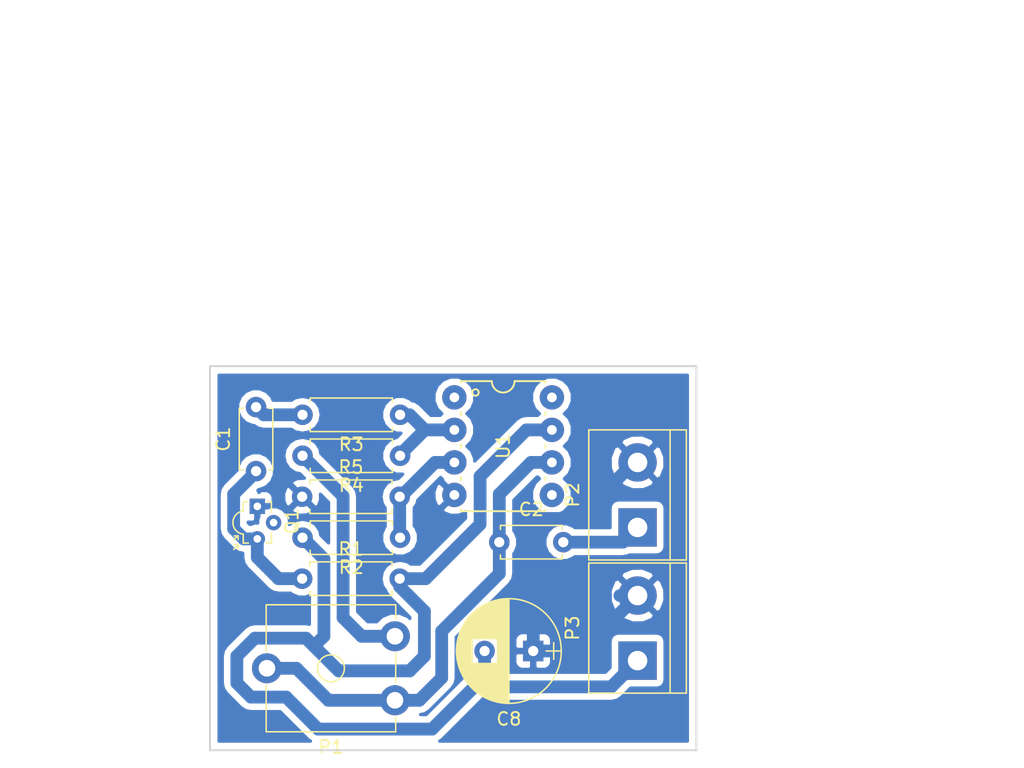
<source format=kicad_pcb>
(kicad_pcb (version 4) (host pcbnew 4.0.5)

  (general
    (links 21)
    (no_connects 0)
    (area 125.924999 100.924999 164.075001 131.075001)
    (thickness 1.6)
    (drawings 7)
    (tracks 78)
    (zones 0)
    (modules 13)
    (nets 10)
  )

  (page A4)
  (layers
    (0 F.Cu signal)
    (31 B.Cu signal)
    (32 B.Adhes user)
    (33 F.Adhes user)
    (34 B.Paste user)
    (35 F.Paste user)
    (36 B.SilkS user)
    (37 F.SilkS user)
    (38 B.Mask user)
    (39 F.Mask user)
    (40 Dwgs.User user)
    (41 Cmts.User user)
    (42 Eco1.User user)
    (43 Eco2.User user)
    (44 Edge.Cuts user)
    (45 Margin user)
    (46 B.CrtYd user)
    (47 F.CrtYd user)
    (48 B.Fab user)
    (49 F.Fab user)
  )

  (setup
    (last_trace_width 1)
    (user_trace_width 1)
    (user_trace_width 1.5)
    (trace_clearance 0.2)
    (zone_clearance 0.508)
    (zone_45_only no)
    (trace_min 0.2)
    (segment_width 0.2)
    (edge_width 0.15)
    (via_size 0.6)
    (via_drill 0.4)
    (via_min_size 0.4)
    (via_min_drill 0.3)
    (uvia_size 0.3)
    (uvia_drill 0.1)
    (uvias_allowed no)
    (uvia_min_size 0.2)
    (uvia_min_drill 0.1)
    (pcb_text_width 0.3)
    (pcb_text_size 1.5 1.5)
    (mod_edge_width 0.15)
    (mod_text_size 1 1)
    (mod_text_width 0.15)
    (pad_size 1.524 1.524)
    (pad_drill 0.762)
    (pad_to_mask_clearance 0.2)
    (aux_axis_origin 0 0)
    (visible_elements 7FFFFFFF)
    (pcbplotparams
      (layerselection 0x00030_80000001)
      (usegerberextensions false)
      (excludeedgelayer true)
      (linewidth 0.100000)
      (plotframeref false)
      (viasonmask false)
      (mode 1)
      (useauxorigin false)
      (hpglpennumber 1)
      (hpglpenspeed 20)
      (hpglpendiameter 15)
      (hpglpenoverlay 2)
      (psnegative false)
      (psa4output false)
      (plotreference true)
      (plotvalue true)
      (plotinvisibletext false)
      (padsonsilk false)
      (subtractmaskfromsilk false)
      (outputformat 1)
      (mirror false)
      (drillshape 1)
      (scaleselection 1)
      (outputdirectory ""))
  )

  (net 0 "")
  (net 1 "Net-(C1-Pad1)")
  (net 2 "Net-(C1-Pad2)")
  (net 3 "Net-(C2-Pad1)")
  (net 4 "Net-(C2-Pad2)")
  (net 5 GND)
  (net 6 +9V)
  (net 7 "Net-(P1-Pad1)")
  (net 8 "Net-(R2-Pad1)")
  (net 9 "Net-(R3-Pad1)")

  (net_class Default "This is the default net class."
    (clearance 0.2)
    (trace_width 0.25)
    (via_dia 0.6)
    (via_drill 0.4)
    (uvia_dia 0.3)
    (uvia_drill 0.1)
    (add_net +9V)
    (add_net GND)
    (add_net "Net-(C1-Pad1)")
    (add_net "Net-(C1-Pad2)")
    (add_net "Net-(C2-Pad1)")
    (add_net "Net-(C2-Pad2)")
    (add_net "Net-(P1-Pad1)")
    (add_net "Net-(R2-Pad1)")
    (add_net "Net-(R3-Pad1)")
  )

  (module Capacitors_THT:C_Disc_D4.7mm_W2.5mm_P5.00mm (layer F.Cu) (tedit 597BC7C2) (tstamp 5A847095)
    (at 129.6 109.2 90)
    (descr "C, Disc series, Radial, pin pitch=5.00mm, , diameter*width=4.7*2.5mm^2, Capacitor, http://www.vishay.com/docs/45233/krseries.pdf")
    (tags "C Disc series Radial pin pitch 5.00mm  diameter 4.7mm width 2.5mm Capacitor")
    (path /5A6AF37E)
    (fp_text reference C1 (at 2.5 -2.56 90) (layer F.SilkS)
      (effects (font (size 1 1) (thickness 0.15)))
    )
    (fp_text value 100n (at 2.5 2.56 90) (layer F.Fab)
      (effects (font (size 1 1) (thickness 0.15)))
    )
    (fp_line (start 0.15 -1.25) (end 0.15 1.25) (layer F.Fab) (width 0.1))
    (fp_line (start 0.15 1.25) (end 4.85 1.25) (layer F.Fab) (width 0.1))
    (fp_line (start 4.85 1.25) (end 4.85 -1.25) (layer F.Fab) (width 0.1))
    (fp_line (start 4.85 -1.25) (end 0.15 -1.25) (layer F.Fab) (width 0.1))
    (fp_line (start 0.09 -1.31) (end 4.91 -1.31) (layer F.SilkS) (width 0.12))
    (fp_line (start 0.09 1.31) (end 4.91 1.31) (layer F.SilkS) (width 0.12))
    (fp_line (start 0.09 -1.31) (end 0.09 -0.996) (layer F.SilkS) (width 0.12))
    (fp_line (start 0.09 0.996) (end 0.09 1.31) (layer F.SilkS) (width 0.12))
    (fp_line (start 4.91 -1.31) (end 4.91 -0.996) (layer F.SilkS) (width 0.12))
    (fp_line (start 4.91 0.996) (end 4.91 1.31) (layer F.SilkS) (width 0.12))
    (fp_line (start -1.05 -1.6) (end -1.05 1.6) (layer F.CrtYd) (width 0.05))
    (fp_line (start -1.05 1.6) (end 6.05 1.6) (layer F.CrtYd) (width 0.05))
    (fp_line (start 6.05 1.6) (end 6.05 -1.6) (layer F.CrtYd) (width 0.05))
    (fp_line (start 6.05 -1.6) (end -1.05 -1.6) (layer F.CrtYd) (width 0.05))
    (fp_text user %R (at 2.5 0 90) (layer F.Fab)
      (effects (font (size 1 1) (thickness 0.15)))
    )
    (pad 1 thru_hole circle (at 0 0 90) (size 1.6 1.6) (drill 0.8) (layers *.Cu *.Mask)
      (net 1 "Net-(C1-Pad1)"))
    (pad 2 thru_hole circle (at 5 0 90) (size 1.6 1.6) (drill 0.8) (layers *.Cu *.Mask)
      (net 2 "Net-(C1-Pad2)"))
    (model ${KISYS3DMOD}/Capacitors_THT.3dshapes/C_Disc_D4.7mm_W2.5mm_P5.00mm.wrl
      (at (xyz 0 0 0))
      (scale (xyz 1 1 1))
      (rotate (xyz 0 0 0))
    )
  )

  (module Capacitors_THT:C_Disc_D4.7mm_W2.5mm_P5.00mm (layer F.Cu) (tedit 597BC7C2) (tstamp 5A84709B)
    (at 148.6 114.75)
    (descr "C, Disc series, Radial, pin pitch=5.00mm, , diameter*width=4.7*2.5mm^2, Capacitor, http://www.vishay.com/docs/45233/krseries.pdf")
    (tags "C Disc series Radial pin pitch 5.00mm  diameter 4.7mm width 2.5mm Capacitor")
    (path /5A6B20DF)
    (fp_text reference C2 (at 2.5 -2.56) (layer F.SilkS)
      (effects (font (size 1 1) (thickness 0.15)))
    )
    (fp_text value 100n (at 2.5 2.56) (layer F.Fab)
      (effects (font (size 1 1) (thickness 0.15)))
    )
    (fp_line (start 0.15 -1.25) (end 0.15 1.25) (layer F.Fab) (width 0.1))
    (fp_line (start 0.15 1.25) (end 4.85 1.25) (layer F.Fab) (width 0.1))
    (fp_line (start 4.85 1.25) (end 4.85 -1.25) (layer F.Fab) (width 0.1))
    (fp_line (start 4.85 -1.25) (end 0.15 -1.25) (layer F.Fab) (width 0.1))
    (fp_line (start 0.09 -1.31) (end 4.91 -1.31) (layer F.SilkS) (width 0.12))
    (fp_line (start 0.09 1.31) (end 4.91 1.31) (layer F.SilkS) (width 0.12))
    (fp_line (start 0.09 -1.31) (end 0.09 -0.996) (layer F.SilkS) (width 0.12))
    (fp_line (start 0.09 0.996) (end 0.09 1.31) (layer F.SilkS) (width 0.12))
    (fp_line (start 4.91 -1.31) (end 4.91 -0.996) (layer F.SilkS) (width 0.12))
    (fp_line (start 4.91 0.996) (end 4.91 1.31) (layer F.SilkS) (width 0.12))
    (fp_line (start -1.05 -1.6) (end -1.05 1.6) (layer F.CrtYd) (width 0.05))
    (fp_line (start -1.05 1.6) (end 6.05 1.6) (layer F.CrtYd) (width 0.05))
    (fp_line (start 6.05 1.6) (end 6.05 -1.6) (layer F.CrtYd) (width 0.05))
    (fp_line (start 6.05 -1.6) (end -1.05 -1.6) (layer F.CrtYd) (width 0.05))
    (fp_text user %R (at 2.5 0) (layer F.Fab)
      (effects (font (size 1 1) (thickness 0.15)))
    )
    (pad 1 thru_hole circle (at 0 0) (size 1.6 1.6) (drill 0.8) (layers *.Cu *.Mask)
      (net 3 "Net-(C2-Pad1)"))
    (pad 2 thru_hole circle (at 5 0) (size 1.6 1.6) (drill 0.8) (layers *.Cu *.Mask)
      (net 4 "Net-(C2-Pad2)"))
    (model ${KISYS3DMOD}/Capacitors_THT.3dshapes/C_Disc_D4.7mm_W2.5mm_P5.00mm.wrl
      (at (xyz 0 0 0))
      (scale (xyz 1 1 1))
      (rotate (xyz 0 0 0))
    )
  )

  (module Potentiometers:Potentiometer_Trimmer_ACP_CA9v_Horizontal_Px10.0mm_Py5.0mm (layer F.Cu) (tedit 58826B0A) (tstamp 5A8470A8)
    (at 140.45 122.1 180)
    (descr "Potentiometer, horizontally mounted, Omeg PC16PU, Omeg PC16PU, Omeg PC16PU, Vishay/Spectrol 248GJ/249GJ Single, Vishay/Spectrol 248GJ/249GJ Single, Vishay/Spectrol 248GJ/249GJ Single, Vishay/Spectrol 248GH/249GH Single, Vishay/Spectrol 148/149 Single, Vishay/Spectrol 148/149 Single, Vishay/Spectrol 148/149 Single, Vishay/Spectrol 148A/149A Single with mounting plates, Vishay/Spectrol 148/149 Double, Vishay/Spectrol 148A/149A Double with mounting plates, Piher PC-16 Single, Piher PC-16 Single, Piher PC-16 Single, Piher PC-16SV Single, Piher PC-16 Double, Piher PC-16 Triple, Piher T16H Single, Piher T16L Single, Piher T16H Double, Alps RK163 Single, Alps RK163 Double, Alps RK097 Single, Alps RK097 Double, Bourns PTV09A-2 Single with mounting sleve Single, Bourns PTV09A-1 with mounting sleve Single, Bourns PRS11S Single, Alps RK09K Single with mounting sleve Single, Alps RK09K with mounting sleve Single, Alps RK09L Single, Alps RK09L Single, Alps RK09L Double, Alps RK09L Double, Alps RK09Y Single, Bourns 3339S Single, Bourns 3339S Single, Bourns 3339P Single, Bourns 3339H Single, Vishay T7YA Single, Suntan TSR-3386H Single, Suntan TSR-3386H Single, Suntan TSR-3386P Single, Vishay T73XX Single, Vishay T73XX Single, Vishay T73YP Single, Piher PT-6h Single, Piher PT-6v Single, Piher PT-6v Single, Piher PT-10h2.5 Single, Piher PT-10h5 Single, Piher PT-101h3.8 Single, Piher PT-10v10 Single, Piher PT-10v10 Single, Piher PT-10v5 Single, Piher PT-15h5 Single, Piher PT-15h2.5 Single, Piher PT-15B Single, Piher PT-15hc5 Single, Piher PT-15v12.5 Single, Piher PT-15v12.5 Single, Piher PT-15v15 Single, Piher PT-15v15 Single, ACP CA6h Single, ACP CA6v Single, ACP CA6v Single, ACP CA6VSMD Single, ACP CA6VSMD Single, ACP CA9h2.5 Single, ACP CA9h3.8 Single, ACP CA9h5 Single, ACP CA9V Single, http://www.acptechnologies.com/wp-content/uploads/2016/12/ACP-CAT%C3%81LOGO-ENTERO-2016.pdf")
    (tags "Potentiometer horizontal  Omeg PC16PU  Omeg PC16PU  Omeg PC16PU  Vishay/Spectrol 248GJ/249GJ Single  Vishay/Spectrol 248GJ/249GJ Single  Vishay/Spectrol 248GJ/249GJ Single  Vishay/Spectrol 248GH/249GH Single  Vishay/Spectrol 148/149 Single  Vishay/Spectrol 148/149 Single  Vishay/Spectrol 148/149 Single  Vishay/Spectrol 148A/149A Single with mounting plates  Vishay/Spectrol 148/149 Double  Vishay/Spectrol 148A/149A Double with mounting plates  Piher PC-16 Single  Piher PC-16 Single  Piher PC-16 Single  Piher PC-16SV Single  Piher PC-16 Double  Piher PC-16 Triple  Piher T16H Single  Piher T16L Single  Piher T16H Double  Alps RK163 Single  Alps RK163 Double  Alps RK097 Single  Alps RK097 Double  Bourns PTV09A-2 Single with mounting sleve Single  Bourns PTV09A-1 with mounting sleve Single  Bourns PRS11S Single  Alps RK09K Single with mounting sleve Single  Alps RK09K with mounting sleve Single  Alps RK09L Single  Alps RK09L Single  Alps RK09L Double  Alps RK09L Double  Alps RK09Y Single  Bourns 3339S Single  Bourns 3339S Single  Bourns 3339P Single  Bourns 3339H Single  Vishay T7YA Single  Suntan TSR-3386H Single  Suntan TSR-3386H Single  Suntan TSR-3386P Single  Vishay T73XX Single  Vishay T73XX Single  Vishay T73YP Single  Piher PT-6h Single  Piher PT-6v Single  Piher PT-6v Single  Piher PT-10h2.5 Single  Piher PT-10h5 Single  Piher PT-101h3.8 Single  Piher PT-10v10 Single  Piher PT-10v10 Single  Piher PT-10v5 Single  Piher PT-15h5 Single  Piher PT-15h2.5 Single  Piher PT-15B Single  Piher PT-15hc5 Single  Piher PT-15v12.5 Single  Piher PT-15v12.5 Single  Piher PT-15v15 Single  Piher PT-15v15 Single  ACP CA6h Single  ACP CA6v Single  ACP CA6v Single  ACP CA6VSMD Single  ACP CA6VSMD Single  ACP CA9h2.5 Single  ACP CA9h3.8 Single  ACP CA9h5 Single  ACP CA9V Single")
    (path /5A6B1E3F)
    (fp_text reference P1 (at 5 -8.65 180) (layer F.SilkS)
      (effects (font (size 1 1) (thickness 0.15)))
    )
    (fp_text value 1M (at 5 3.65 180) (layer F.Fab)
      (effects (font (size 1 1) (thickness 0.15)))
    )
    (fp_circle (center 5 -2.5) (end 6.5 -2.5) (layer F.Fab) (width 0.1))
    (fp_circle (center 5 -2.5) (end 6.05 -2.5) (layer F.Fab) (width 0.1))
    (fp_circle (center 5 -2.5) (end 6.05 -2.5) (layer F.SilkS) (width 0.12))
    (fp_line (start 0 -7.4) (end 0 2.4) (layer F.Fab) (width 0.1))
    (fp_line (start 0 2.4) (end 10 2.4) (layer F.Fab) (width 0.1))
    (fp_line (start 10 2.4) (end 10 -7.4) (layer F.Fab) (width 0.1))
    (fp_line (start 10 -7.4) (end 0 -7.4) (layer F.Fab) (width 0.1))
    (fp_line (start -0.06 -7.461) (end 10.06 -7.461) (layer F.SilkS) (width 0.12))
    (fp_line (start -0.06 2.46) (end 10.06 2.46) (layer F.SilkS) (width 0.12))
    (fp_line (start -0.06 -7.461) (end -0.06 -6.365) (layer F.SilkS) (width 0.12))
    (fp_line (start -0.06 -3.635) (end -0.06 -1.365) (layer F.SilkS) (width 0.12))
    (fp_line (start -0.06 1.365) (end -0.06 2.46) (layer F.SilkS) (width 0.12))
    (fp_line (start 10.06 -7.461) (end 10.06 -3.865) (layer F.SilkS) (width 0.12))
    (fp_line (start 10.06 -1.135) (end 10.06 2.46) (layer F.SilkS) (width 0.12))
    (fp_line (start -1.45 -7.65) (end -1.45 2.7) (layer F.CrtYd) (width 0.05))
    (fp_line (start -1.45 2.7) (end 11.45 2.7) (layer F.CrtYd) (width 0.05))
    (fp_line (start 11.45 2.7) (end 11.45 -7.65) (layer F.CrtYd) (width 0.05))
    (fp_line (start 11.45 -7.65) (end -1.45 -7.65) (layer F.CrtYd) (width 0.05))
    (pad 3 thru_hole circle (at 0 -5 180) (size 2.34 2.34) (drill 1.3) (layers *.Cu *.Mask)
      (net 3 "Net-(C2-Pad1)"))
    (pad 2 thru_hole circle (at 10 -2.5 180) (size 2.34 2.34) (drill 1.3) (layers *.Cu *.Mask)
      (net 3 "Net-(C2-Pad1)"))
    (pad 1 thru_hole circle (at 0 0 180) (size 2.34 2.34) (drill 1.3) (layers *.Cu *.Mask)
      (net 7 "Net-(P1-Pad1)"))
    (model Potentiometers.3dshapes/Potentiometer_Trimmer_ACP_CA9v_Horizontal_Px10.0mm_Py5.0mm.wrl
      (at (xyz 0 0 0))
      (scale (xyz 0.393701 0.393701 0.393701))
      (rotate (xyz 0 0 0))
    )
  )

  (module Connectors_Terminal_Blocks:TerminalBlock_bornier-2_P5.08mm (layer F.Cu) (tedit 59FF03AB) (tstamp 5A8470AE)
    (at 159.4 113.6 90)
    (descr "simple 2-pin terminal block, pitch 5.08mm, revamped version of bornier2")
    (tags "terminal block bornier2")
    (path /5A6BE31B)
    (fp_text reference P2 (at 2.54 -5.08 90) (layer F.SilkS)
      (effects (font (size 1 1) (thickness 0.15)))
    )
    (fp_text value CONN_01X02 (at 2.54 5.08 90) (layer F.Fab)
      (effects (font (size 1 1) (thickness 0.15)))
    )
    (fp_text user %R (at 2.54 0 90) (layer F.Fab)
      (effects (font (size 1 1) (thickness 0.15)))
    )
    (fp_line (start -2.41 2.55) (end 7.49 2.55) (layer F.Fab) (width 0.1))
    (fp_line (start -2.46 -3.75) (end -2.46 3.75) (layer F.Fab) (width 0.1))
    (fp_line (start -2.46 3.75) (end 7.54 3.75) (layer F.Fab) (width 0.1))
    (fp_line (start 7.54 3.75) (end 7.54 -3.75) (layer F.Fab) (width 0.1))
    (fp_line (start 7.54 -3.75) (end -2.46 -3.75) (layer F.Fab) (width 0.1))
    (fp_line (start 7.62 2.54) (end -2.54 2.54) (layer F.SilkS) (width 0.12))
    (fp_line (start 7.62 3.81) (end 7.62 -3.81) (layer F.SilkS) (width 0.12))
    (fp_line (start 7.62 -3.81) (end -2.54 -3.81) (layer F.SilkS) (width 0.12))
    (fp_line (start -2.54 -3.81) (end -2.54 3.81) (layer F.SilkS) (width 0.12))
    (fp_line (start -2.54 3.81) (end 7.62 3.81) (layer F.SilkS) (width 0.12))
    (fp_line (start -2.71 -4) (end 7.79 -4) (layer F.CrtYd) (width 0.05))
    (fp_line (start -2.71 -4) (end -2.71 4) (layer F.CrtYd) (width 0.05))
    (fp_line (start 7.79 4) (end 7.79 -4) (layer F.CrtYd) (width 0.05))
    (fp_line (start 7.79 4) (end -2.71 4) (layer F.CrtYd) (width 0.05))
    (pad 1 thru_hole rect (at 0 0 90) (size 3 3) (drill 1.52) (layers *.Cu *.Mask)
      (net 4 "Net-(C2-Pad2)"))
    (pad 2 thru_hole circle (at 5.08 0 90) (size 3 3) (drill 1.52) (layers *.Cu *.Mask)
      (net 5 GND))
    (model ${KISYS3DMOD}/Terminal_Blocks.3dshapes/TerminalBlock_bornier-2_P5.08mm.wrl
      (at (xyz 0.1 0 0))
      (scale (xyz 1 1 1))
      (rotate (xyz 0 0 0))
    )
  )

  (module Resistors_THT:R_Axial_DIN0207_L6.3mm_D2.5mm_P7.62mm_Horizontal (layer F.Cu) (tedit 5874F706) (tstamp 5A8470C0)
    (at 133.2 117.6)
    (descr "Resistor, Axial_DIN0207 series, Axial, Horizontal, pin pitch=7.62mm, 0.25W = 1/4W, length*diameter=6.3*2.5mm^2, http://cdn-reichelt.de/documents/datenblatt/B400/1_4W%23YAG.pdf")
    (tags "Resistor Axial_DIN0207 series Axial Horizontal pin pitch 7.62mm 0.25W = 1/4W length 6.3mm diameter 2.5mm")
    (path /5A6AFA12)
    (fp_text reference R1 (at 3.81 -2.31) (layer F.SilkS)
      (effects (font (size 1 1) (thickness 0.15)))
    )
    (fp_text value 10k (at 3.81 2.31) (layer F.Fab)
      (effects (font (size 1 1) (thickness 0.15)))
    )
    (fp_line (start 0.66 -1.25) (end 0.66 1.25) (layer F.Fab) (width 0.1))
    (fp_line (start 0.66 1.25) (end 6.96 1.25) (layer F.Fab) (width 0.1))
    (fp_line (start 6.96 1.25) (end 6.96 -1.25) (layer F.Fab) (width 0.1))
    (fp_line (start 6.96 -1.25) (end 0.66 -1.25) (layer F.Fab) (width 0.1))
    (fp_line (start 0 0) (end 0.66 0) (layer F.Fab) (width 0.1))
    (fp_line (start 7.62 0) (end 6.96 0) (layer F.Fab) (width 0.1))
    (fp_line (start 0.6 -0.98) (end 0.6 -1.31) (layer F.SilkS) (width 0.12))
    (fp_line (start 0.6 -1.31) (end 7.02 -1.31) (layer F.SilkS) (width 0.12))
    (fp_line (start 7.02 -1.31) (end 7.02 -0.98) (layer F.SilkS) (width 0.12))
    (fp_line (start 0.6 0.98) (end 0.6 1.31) (layer F.SilkS) (width 0.12))
    (fp_line (start 0.6 1.31) (end 7.02 1.31) (layer F.SilkS) (width 0.12))
    (fp_line (start 7.02 1.31) (end 7.02 0.98) (layer F.SilkS) (width 0.12))
    (fp_line (start -1.05 -1.6) (end -1.05 1.6) (layer F.CrtYd) (width 0.05))
    (fp_line (start -1.05 1.6) (end 8.7 1.6) (layer F.CrtYd) (width 0.05))
    (fp_line (start 8.7 1.6) (end 8.7 -1.6) (layer F.CrtYd) (width 0.05))
    (fp_line (start 8.7 -1.6) (end -1.05 -1.6) (layer F.CrtYd) (width 0.05))
    (pad 1 thru_hole circle (at 0 0) (size 1.6 1.6) (drill 0.8) (layers *.Cu *.Mask)
      (net 1 "Net-(C1-Pad1)"))
    (pad 2 thru_hole oval (at 7.62 0) (size 1.6 1.6) (drill 0.8) (layers *.Cu *.Mask)
      (net 6 +9V))
    (model ${KISYS3DMOD}/Resistors_THT.3dshapes/R_Axial_DIN0207_L6.3mm_D2.5mm_P7.62mm_Horizontal.wrl
      (at (xyz 0 0 0))
      (scale (xyz 0.393701 0.393701 0.393701))
      (rotate (xyz 0 0 0))
    )
  )

  (module Resistors_THT:R_Axial_DIN0207_L6.3mm_D2.5mm_P7.62mm_Horizontal (layer F.Cu) (tedit 5874F706) (tstamp 5A8470C6)
    (at 140.85 114.4 180)
    (descr "Resistor, Axial_DIN0207 series, Axial, Horizontal, pin pitch=7.62mm, 0.25W = 1/4W, length*diameter=6.3*2.5mm^2, http://cdn-reichelt.de/documents/datenblatt/B400/1_4W%23YAG.pdf")
    (tags "Resistor Axial_DIN0207 series Axial Horizontal pin pitch 7.62mm 0.25W = 1/4W length 6.3mm diameter 2.5mm")
    (path /5A6B00FE)
    (fp_text reference R2 (at 3.81 -2.31 180) (layer F.SilkS)
      (effects (font (size 1 1) (thickness 0.15)))
    )
    (fp_text value 15k (at 3.81 2.31 180) (layer F.Fab)
      (effects (font (size 1 1) (thickness 0.15)))
    )
    (fp_line (start 0.66 -1.25) (end 0.66 1.25) (layer F.Fab) (width 0.1))
    (fp_line (start 0.66 1.25) (end 6.96 1.25) (layer F.Fab) (width 0.1))
    (fp_line (start 6.96 1.25) (end 6.96 -1.25) (layer F.Fab) (width 0.1))
    (fp_line (start 6.96 -1.25) (end 0.66 -1.25) (layer F.Fab) (width 0.1))
    (fp_line (start 0 0) (end 0.66 0) (layer F.Fab) (width 0.1))
    (fp_line (start 7.62 0) (end 6.96 0) (layer F.Fab) (width 0.1))
    (fp_line (start 0.6 -0.98) (end 0.6 -1.31) (layer F.SilkS) (width 0.12))
    (fp_line (start 0.6 -1.31) (end 7.02 -1.31) (layer F.SilkS) (width 0.12))
    (fp_line (start 7.02 -1.31) (end 7.02 -0.98) (layer F.SilkS) (width 0.12))
    (fp_line (start 0.6 0.98) (end 0.6 1.31) (layer F.SilkS) (width 0.12))
    (fp_line (start 0.6 1.31) (end 7.02 1.31) (layer F.SilkS) (width 0.12))
    (fp_line (start 7.02 1.31) (end 7.02 0.98) (layer F.SilkS) (width 0.12))
    (fp_line (start -1.05 -1.6) (end -1.05 1.6) (layer F.CrtYd) (width 0.05))
    (fp_line (start -1.05 1.6) (end 8.7 1.6) (layer F.CrtYd) (width 0.05))
    (fp_line (start 8.7 1.6) (end 8.7 -1.6) (layer F.CrtYd) (width 0.05))
    (fp_line (start 8.7 -1.6) (end -1.05 -1.6) (layer F.CrtYd) (width 0.05))
    (pad 1 thru_hole circle (at 0 0 180) (size 1.6 1.6) (drill 0.8) (layers *.Cu *.Mask)
      (net 8 "Net-(R2-Pad1)"))
    (pad 2 thru_hole oval (at 7.62 0 180) (size 1.6 1.6) (drill 0.8) (layers *.Cu *.Mask)
      (net 6 +9V))
    (model ${KISYS3DMOD}/Resistors_THT.3dshapes/R_Axial_DIN0207_L6.3mm_D2.5mm_P7.62mm_Horizontal.wrl
      (at (xyz 0 0 0))
      (scale (xyz 0.393701 0.393701 0.393701))
      (rotate (xyz 0 0 0))
    )
  )

  (module Resistors_THT:R_Axial_DIN0207_L6.3mm_D2.5mm_P7.62mm_Horizontal (layer F.Cu) (tedit 5874F706) (tstamp 5A8470CC)
    (at 140.85 104.8 180)
    (descr "Resistor, Axial_DIN0207 series, Axial, Horizontal, pin pitch=7.62mm, 0.25W = 1/4W, length*diameter=6.3*2.5mm^2, http://cdn-reichelt.de/documents/datenblatt/B400/1_4W%23YAG.pdf")
    (tags "Resistor Axial_DIN0207 series Axial Horizontal pin pitch 7.62mm 0.25W = 1/4W length 6.3mm diameter 2.5mm")
    (path /5A6AF270)
    (fp_text reference R3 (at 3.81 -2.31 180) (layer F.SilkS)
      (effects (font (size 1 1) (thickness 0.15)))
    )
    (fp_text value 10k (at 3.81 2.31 180) (layer F.Fab)
      (effects (font (size 1 1) (thickness 0.15)))
    )
    (fp_line (start 0.66 -1.25) (end 0.66 1.25) (layer F.Fab) (width 0.1))
    (fp_line (start 0.66 1.25) (end 6.96 1.25) (layer F.Fab) (width 0.1))
    (fp_line (start 6.96 1.25) (end 6.96 -1.25) (layer F.Fab) (width 0.1))
    (fp_line (start 6.96 -1.25) (end 0.66 -1.25) (layer F.Fab) (width 0.1))
    (fp_line (start 0 0) (end 0.66 0) (layer F.Fab) (width 0.1))
    (fp_line (start 7.62 0) (end 6.96 0) (layer F.Fab) (width 0.1))
    (fp_line (start 0.6 -0.98) (end 0.6 -1.31) (layer F.SilkS) (width 0.12))
    (fp_line (start 0.6 -1.31) (end 7.02 -1.31) (layer F.SilkS) (width 0.12))
    (fp_line (start 7.02 -1.31) (end 7.02 -0.98) (layer F.SilkS) (width 0.12))
    (fp_line (start 0.6 0.98) (end 0.6 1.31) (layer F.SilkS) (width 0.12))
    (fp_line (start 0.6 1.31) (end 7.02 1.31) (layer F.SilkS) (width 0.12))
    (fp_line (start 7.02 1.31) (end 7.02 0.98) (layer F.SilkS) (width 0.12))
    (fp_line (start -1.05 -1.6) (end -1.05 1.6) (layer F.CrtYd) (width 0.05))
    (fp_line (start -1.05 1.6) (end 8.7 1.6) (layer F.CrtYd) (width 0.05))
    (fp_line (start 8.7 1.6) (end 8.7 -1.6) (layer F.CrtYd) (width 0.05))
    (fp_line (start 8.7 -1.6) (end -1.05 -1.6) (layer F.CrtYd) (width 0.05))
    (pad 1 thru_hole circle (at 0 0 180) (size 1.6 1.6) (drill 0.8) (layers *.Cu *.Mask)
      (net 9 "Net-(R3-Pad1)"))
    (pad 2 thru_hole oval (at 7.62 0 180) (size 1.6 1.6) (drill 0.8) (layers *.Cu *.Mask)
      (net 2 "Net-(C1-Pad2)"))
    (model ${KISYS3DMOD}/Resistors_THT.3dshapes/R_Axial_DIN0207_L6.3mm_D2.5mm_P7.62mm_Horizontal.wrl
      (at (xyz 0 0 0))
      (scale (xyz 0.393701 0.393701 0.393701))
      (rotate (xyz 0 0 0))
    )
  )

  (module Resistors_THT:R_Axial_DIN0207_L6.3mm_D2.5mm_P7.62mm_Horizontal (layer F.Cu) (tedit 5874F706) (tstamp 5A8470D2)
    (at 140.85 108 180)
    (descr "Resistor, Axial_DIN0207 series, Axial, Horizontal, pin pitch=7.62mm, 0.25W = 1/4W, length*diameter=6.3*2.5mm^2, http://cdn-reichelt.de/documents/datenblatt/B400/1_4W%23YAG.pdf")
    (tags "Resistor Axial_DIN0207 series Axial Horizontal pin pitch 7.62mm 0.25W = 1/4W length 6.3mm diameter 2.5mm")
    (path /5A6B1BA1)
    (fp_text reference R4 (at 3.81 -2.31 180) (layer F.SilkS)
      (effects (font (size 1 1) (thickness 0.15)))
    )
    (fp_text value 100K (at 3.81 2.31 180) (layer F.Fab)
      (effects (font (size 1 1) (thickness 0.15)))
    )
    (fp_line (start 0.66 -1.25) (end 0.66 1.25) (layer F.Fab) (width 0.1))
    (fp_line (start 0.66 1.25) (end 6.96 1.25) (layer F.Fab) (width 0.1))
    (fp_line (start 6.96 1.25) (end 6.96 -1.25) (layer F.Fab) (width 0.1))
    (fp_line (start 6.96 -1.25) (end 0.66 -1.25) (layer F.Fab) (width 0.1))
    (fp_line (start 0 0) (end 0.66 0) (layer F.Fab) (width 0.1))
    (fp_line (start 7.62 0) (end 6.96 0) (layer F.Fab) (width 0.1))
    (fp_line (start 0.6 -0.98) (end 0.6 -1.31) (layer F.SilkS) (width 0.12))
    (fp_line (start 0.6 -1.31) (end 7.02 -1.31) (layer F.SilkS) (width 0.12))
    (fp_line (start 7.02 -1.31) (end 7.02 -0.98) (layer F.SilkS) (width 0.12))
    (fp_line (start 0.6 0.98) (end 0.6 1.31) (layer F.SilkS) (width 0.12))
    (fp_line (start 0.6 1.31) (end 7.02 1.31) (layer F.SilkS) (width 0.12))
    (fp_line (start 7.02 1.31) (end 7.02 0.98) (layer F.SilkS) (width 0.12))
    (fp_line (start -1.05 -1.6) (end -1.05 1.6) (layer F.CrtYd) (width 0.05))
    (fp_line (start -1.05 1.6) (end 8.7 1.6) (layer F.CrtYd) (width 0.05))
    (fp_line (start 8.7 1.6) (end 8.7 -1.6) (layer F.CrtYd) (width 0.05))
    (fp_line (start 8.7 -1.6) (end -1.05 -1.6) (layer F.CrtYd) (width 0.05))
    (pad 1 thru_hole circle (at 0 0 180) (size 1.6 1.6) (drill 0.8) (layers *.Cu *.Mask)
      (net 9 "Net-(R3-Pad1)"))
    (pad 2 thru_hole oval (at 7.62 0 180) (size 1.6 1.6) (drill 0.8) (layers *.Cu *.Mask)
      (net 7 "Net-(P1-Pad1)"))
    (model ${KISYS3DMOD}/Resistors_THT.3dshapes/R_Axial_DIN0207_L6.3mm_D2.5mm_P7.62mm_Horizontal.wrl
      (at (xyz 0 0 0))
      (scale (xyz 0.393701 0.393701 0.393701))
      (rotate (xyz 0 0 0))
    )
  )

  (module Resistors_THT:R_Axial_DIN0207_L6.3mm_D2.5mm_P7.62mm_Horizontal (layer F.Cu) (tedit 5874F706) (tstamp 5A8470D8)
    (at 133.2 111.2)
    (descr "Resistor, Axial_DIN0207 series, Axial, Horizontal, pin pitch=7.62mm, 0.25W = 1/4W, length*diameter=6.3*2.5mm^2, http://cdn-reichelt.de/documents/datenblatt/B400/1_4W%23YAG.pdf")
    (tags "Resistor Axial_DIN0207 series Axial Horizontal pin pitch 7.62mm 0.25W = 1/4W length 6.3mm diameter 2.5mm")
    (path /5A6AFEA4)
    (fp_text reference R5 (at 3.81 -2.31) (layer F.SilkS)
      (effects (font (size 1 1) (thickness 0.15)))
    )
    (fp_text value 15k (at 3.81 2.31) (layer F.Fab)
      (effects (font (size 1 1) (thickness 0.15)))
    )
    (fp_line (start 0.66 -1.25) (end 0.66 1.25) (layer F.Fab) (width 0.1))
    (fp_line (start 0.66 1.25) (end 6.96 1.25) (layer F.Fab) (width 0.1))
    (fp_line (start 6.96 1.25) (end 6.96 -1.25) (layer F.Fab) (width 0.1))
    (fp_line (start 6.96 -1.25) (end 0.66 -1.25) (layer F.Fab) (width 0.1))
    (fp_line (start 0 0) (end 0.66 0) (layer F.Fab) (width 0.1))
    (fp_line (start 7.62 0) (end 6.96 0) (layer F.Fab) (width 0.1))
    (fp_line (start 0.6 -0.98) (end 0.6 -1.31) (layer F.SilkS) (width 0.12))
    (fp_line (start 0.6 -1.31) (end 7.02 -1.31) (layer F.SilkS) (width 0.12))
    (fp_line (start 7.02 -1.31) (end 7.02 -0.98) (layer F.SilkS) (width 0.12))
    (fp_line (start 0.6 0.98) (end 0.6 1.31) (layer F.SilkS) (width 0.12))
    (fp_line (start 0.6 1.31) (end 7.02 1.31) (layer F.SilkS) (width 0.12))
    (fp_line (start 7.02 1.31) (end 7.02 0.98) (layer F.SilkS) (width 0.12))
    (fp_line (start -1.05 -1.6) (end -1.05 1.6) (layer F.CrtYd) (width 0.05))
    (fp_line (start -1.05 1.6) (end 8.7 1.6) (layer F.CrtYd) (width 0.05))
    (fp_line (start 8.7 1.6) (end 8.7 -1.6) (layer F.CrtYd) (width 0.05))
    (fp_line (start 8.7 -1.6) (end -1.05 -1.6) (layer F.CrtYd) (width 0.05))
    (pad 1 thru_hole circle (at 0 0) (size 1.6 1.6) (drill 0.8) (layers *.Cu *.Mask)
      (net 5 GND))
    (pad 2 thru_hole oval (at 7.62 0) (size 1.6 1.6) (drill 0.8) (layers *.Cu *.Mask)
      (net 8 "Net-(R2-Pad1)"))
    (model ${KISYS3DMOD}/Resistors_THT.3dshapes/R_Axial_DIN0207_L6.3mm_D2.5mm_P7.62mm_Horizontal.wrl
      (at (xyz 0 0 0))
      (scale (xyz 0.393701 0.393701 0.393701))
      (rotate (xyz 0 0 0))
    )
  )

  (module Power_Integrations:PDIP-8 (layer F.Cu) (tedit 0) (tstamp 5A8470E4)
    (at 148.9 107.25 270)
    (descr "PDIP-8 Standard 300mil 8pin Dual In Line Package")
    (tags "Power Integrations P Package")
    (path /5A6B018E)
    (fp_text reference U1 (at 0 0 270) (layer F.SilkS)
      (effects (font (size 1 1) (thickness 0.15)))
    )
    (fp_text value LM741 (at 0 0 270) (layer F.Fab)
      (effects (font (size 1 1) (thickness 0.15)))
    )
    (fp_line (start -5.08 0.889) (end -5.08 3.302) (layer F.SilkS) (width 0.15))
    (fp_line (start -5.08 -0.889) (end -5.08 -3.302) (layer F.SilkS) (width 0.15))
    (fp_arc (start -5.08 0) (end -4.191 0) (angle 90) (layer F.SilkS) (width 0.15))
    (fp_arc (start -5.08 0) (end -5.08 -0.889) (angle 90) (layer F.SilkS) (width 0.15))
    (fp_circle (center -4.191 2.159) (end -3.937 2.159) (layer F.SilkS) (width 0.15))
    (fp_line (start 5.08 3.302) (end 4.953 3.302) (layer F.SilkS) (width 0.15))
    (fp_line (start 2.413 3.302) (end 2.667 3.302) (layer F.SilkS) (width 0.15))
    (fp_line (start -0.127 3.302) (end 0.127 3.302) (layer F.SilkS) (width 0.15))
    (fp_line (start -2.667 3.302) (end -2.413 3.302) (layer F.SilkS) (width 0.15))
    (fp_line (start -5.08 3.302) (end -4.953 3.302) (layer F.SilkS) (width 0.15))
    (fp_line (start -5.08 -3.302) (end -4.953 -3.302) (layer F.SilkS) (width 0.15))
    (fp_line (start 5.08 -3.302) (end 4.953 -3.302) (layer F.SilkS) (width 0.15))
    (fp_line (start 2.413 -3.302) (end 2.667 -3.302) (layer F.SilkS) (width 0.15))
    (fp_line (start -0.127 -3.302) (end 0.127 -3.302) (layer F.SilkS) (width 0.15))
    (fp_line (start -2.667 -3.302) (end -2.413 -3.302) (layer F.SilkS) (width 0.15))
    (fp_line (start 5.08 3.302) (end 5.08 -3.302) (layer F.SilkS) (width 0.15))
    (pad 1 thru_hole circle (at -3.81 3.81 270) (size 1.905 1.905) (drill 0.762) (layers *.Cu *.Mask))
    (pad 2 thru_hole circle (at -1.27 3.81 270) (size 1.905 1.905) (drill 0.762) (layers *.Cu *.Mask)
      (net 9 "Net-(R3-Pad1)"))
    (pad 3 thru_hole circle (at 1.27 3.81 270) (size 1.905 1.905) (drill 0.762) (layers *.Cu *.Mask)
      (net 8 "Net-(R2-Pad1)"))
    (pad 4 thru_hole circle (at 3.81 3.81 270) (size 1.905 1.905) (drill 0.762) (layers *.Cu *.Mask)
      (net 5 GND))
    (pad 5 thru_hole circle (at 3.81 -3.81 270) (size 1.905 1.905) (drill 0.762) (layers *.Cu *.Mask))
    (pad 6 thru_hole circle (at 1.27 -3.81 270) (size 1.905 1.905) (drill 0.762) (layers *.Cu *.Mask)
      (net 3 "Net-(C2-Pad1)"))
    (pad 7 thru_hole circle (at -1.27 -3.81 270) (size 1.905 1.905) (drill 0.762) (layers *.Cu *.Mask)
      (net 6 +9V))
    (pad 8 thru_hole circle (at -3.81 -3.81 270) (size 1.905 1.905) (drill 0.762) (layers *.Cu *.Mask))
  )

  (module Connectors_Terminal_Blocks:TerminalBlock_bornier-2_P5.08mm (layer F.Cu) (tedit 59FF03AB) (tstamp 5AA2E02B)
    (at 159.4 124 90)
    (descr "simple 2-pin terminal block, pitch 5.08mm, revamped version of bornier2")
    (tags "terminal block bornier2")
    (path /5A9FD0CA)
    (fp_text reference P3 (at 2.54 -5.08 90) (layer F.SilkS)
      (effects (font (size 1 1) (thickness 0.15)))
    )
    (fp_text value CONN_01X02 (at 2.54 5.08 90) (layer F.Fab)
      (effects (font (size 1 1) (thickness 0.15)))
    )
    (fp_text user %R (at 2.54 0 90) (layer F.Fab)
      (effects (font (size 1 1) (thickness 0.15)))
    )
    (fp_line (start -2.41 2.55) (end 7.49 2.55) (layer F.Fab) (width 0.1))
    (fp_line (start -2.46 -3.75) (end -2.46 3.75) (layer F.Fab) (width 0.1))
    (fp_line (start -2.46 3.75) (end 7.54 3.75) (layer F.Fab) (width 0.1))
    (fp_line (start 7.54 3.75) (end 7.54 -3.75) (layer F.Fab) (width 0.1))
    (fp_line (start 7.54 -3.75) (end -2.46 -3.75) (layer F.Fab) (width 0.1))
    (fp_line (start 7.62 2.54) (end -2.54 2.54) (layer F.SilkS) (width 0.12))
    (fp_line (start 7.62 3.81) (end 7.62 -3.81) (layer F.SilkS) (width 0.12))
    (fp_line (start 7.62 -3.81) (end -2.54 -3.81) (layer F.SilkS) (width 0.12))
    (fp_line (start -2.54 -3.81) (end -2.54 3.81) (layer F.SilkS) (width 0.12))
    (fp_line (start -2.54 3.81) (end 7.62 3.81) (layer F.SilkS) (width 0.12))
    (fp_line (start -2.71 -4) (end 7.79 -4) (layer F.CrtYd) (width 0.05))
    (fp_line (start -2.71 -4) (end -2.71 4) (layer F.CrtYd) (width 0.05))
    (fp_line (start 7.79 4) (end 7.79 -4) (layer F.CrtYd) (width 0.05))
    (fp_line (start 7.79 4) (end -2.71 4) (layer F.CrtYd) (width 0.05))
    (pad 1 thru_hole rect (at 0 0 90) (size 3 3) (drill 1.52) (layers *.Cu *.Mask)
      (net 6 +9V))
    (pad 2 thru_hole circle (at 5.08 0 90) (size 3 3) (drill 1.52) (layers *.Cu *.Mask)
      (net 5 GND))
    (model ${KISYS3DMOD}/Terminal_Blocks.3dshapes/TerminalBlock_bornier-2_P5.08mm.wrl
      (at (xyz 0.1 0 0))
      (scale (xyz 1 1 1))
      (rotate (xyz 0 0 0))
    )
  )

  (module Opto-Devices:OPIC_Sharp_IS485 (layer F.Cu) (tedit 588BCBBE) (tstamp 5AA2E02C)
    (at 129.7 111.95 270)
    (descr "Sharp OPIC, IS485, IS486")
    (tags "Sharp OPIC IS485 IS486")
    (path /5A6BD7A3)
    (fp_text reference Q1 (at 1.17 -2.7 270) (layer F.SilkS)
      (effects (font (size 1 1) (thickness 0.15)))
    )
    (fp_text value OPTO_NPN (at 1.27 2.4 270) (layer F.Fab)
      (effects (font (size 1 1) (thickness 0.15)))
    )
    (fp_line (start -0.35 -1.1) (end -0.35 -0.8) (layer F.SilkS) (width 0.12))
    (fp_line (start -0.35 1.1) (end -0.35 0.8) (layer F.SilkS) (width 0.12))
    (fp_line (start 3.77 -2.2) (end 3.77 2.3) (layer F.CrtYd) (width 0.05))
    (fp_line (start 3.77 2.3) (end -0.93 2.3) (layer F.CrtYd) (width 0.05))
    (fp_line (start -0.93 -2.2) (end 3.77 -2.2) (layer F.CrtYd) (width 0.05))
    (fp_line (start 2.32 1.55) (end 2.62 1.85) (layer F.SilkS) (width 0.12))
    (fp_line (start 3.07 1.55) (end 3.37 1.85) (layer F.SilkS) (width 0.12))
    (fp_line (start -0.93 2.3) (end -0.93 -2.2) (layer F.CrtYd) (width 0.05))
    (fp_line (start 0.47 -1.1) (end -0.33 -1.1) (layer F.SilkS) (width 0.12))
    (fp_line (start 2.07 -1.1) (end 2.87 -1.1) (layer F.SilkS) (width 0.12))
    (fp_line (start 2.87 -0.7) (end 2.87 -1.1) (layer F.SilkS) (width 0.12))
    (fp_line (start 2.17 1.1) (end 2.87 1.1) (layer F.SilkS) (width 0.12))
    (fp_line (start 2.87 1.1) (end 2.87 0.7) (layer F.SilkS) (width 0.12))
    (fp_line (start -0.33 1.1) (end 0.37 1.1) (layer F.SilkS) (width 0.12))
    (fp_line (start 2.77 1) (end 2.77 -1) (layer F.Fab) (width 0.1))
    (fp_line (start 2.77 -1) (end -0.23 -1) (layer F.Fab) (width 0.1))
    (fp_line (start -0.23 -1) (end -0.23 1) (layer F.Fab) (width 0.1))
    (fp_line (start -0.23 1) (end 2.77 1) (layer F.Fab) (width 0.1))
    (fp_line (start 3 1.5) (end 3 1.8) (layer F.SilkS) (width 0.12))
    (fp_line (start 3 1.5) (end 3.31 1.5) (layer F.SilkS) (width 0.12))
    (fp_line (start 2.31 1.5) (end 2.6 1.5) (layer F.SilkS) (width 0.12))
    (fp_line (start 2.31 1.5) (end 2.31 1.8) (layer F.SilkS) (width 0.12))
    (fp_arc (start 1.27 1) (end 2.17 1.1) (angle 165) (layer F.SilkS) (width 0.12))
    (fp_arc (start 1.27 1) (end 1.27 1.8) (angle 90) (layer F.Fab) (width 0.1))
    (fp_arc (start 1.27 1) (end 2.07 1) (angle 90) (layer F.Fab) (width 0.1))
    (pad 1 thru_hole rect (at 0 0 270) (size 1.2 1.2) (drill 0.6) (layers *.Cu *.Mask)
      (net 5 GND))
    (pad 2 thru_hole circle (at 1.27 -1.27 270) (size 1.2 1.2) (drill 0.6) (layers *.Cu *.Mask))
    (pad 3 thru_hole circle (at 2.54 0 270) (size 1.2 1.2) (drill 0.6) (layers *.Cu *.Mask)
      (net 1 "Net-(C1-Pad1)"))
  )

  (module Capacitors_THT:CP_Radial_D8.0mm_P3.80mm (layer F.Cu) (tedit 597BC7C2) (tstamp 5AA2ED63)
    (at 151.25 123.25 180)
    (descr "CP, Radial series, Radial, pin pitch=3.80mm, , diameter=8mm, Electrolytic Capacitor")
    (tags "CP Radial series Radial pin pitch 3.80mm  diameter 8mm Electrolytic Capacitor")
    (path /5A6B08B6)
    (fp_text reference C8 (at 1.9 -5.31 180) (layer F.SilkS)
      (effects (font (size 1 1) (thickness 0.15)))
    )
    (fp_text value "220uF 16V" (at 1.9 5.31 180) (layer F.Fab)
      (effects (font (size 1 1) (thickness 0.15)))
    )
    (fp_circle (center 1.9 0) (end 5.9 0) (layer F.Fab) (width 0.1))
    (fp_circle (center 1.9 0) (end 5.99 0) (layer F.SilkS) (width 0.12))
    (fp_line (start -2.2 0) (end -1 0) (layer F.Fab) (width 0.1))
    (fp_line (start -1.6 -0.65) (end -1.6 0.65) (layer F.Fab) (width 0.1))
    (fp_line (start 1.9 -4.05) (end 1.9 4.05) (layer F.SilkS) (width 0.12))
    (fp_line (start 1.94 -4.05) (end 1.94 4.05) (layer F.SilkS) (width 0.12))
    (fp_line (start 1.98 -4.05) (end 1.98 4.05) (layer F.SilkS) (width 0.12))
    (fp_line (start 2.02 -4.049) (end 2.02 4.049) (layer F.SilkS) (width 0.12))
    (fp_line (start 2.06 -4.047) (end 2.06 4.047) (layer F.SilkS) (width 0.12))
    (fp_line (start 2.1 -4.046) (end 2.1 4.046) (layer F.SilkS) (width 0.12))
    (fp_line (start 2.14 -4.043) (end 2.14 4.043) (layer F.SilkS) (width 0.12))
    (fp_line (start 2.18 -4.041) (end 2.18 4.041) (layer F.SilkS) (width 0.12))
    (fp_line (start 2.22 -4.038) (end 2.22 4.038) (layer F.SilkS) (width 0.12))
    (fp_line (start 2.26 -4.035) (end 2.26 4.035) (layer F.SilkS) (width 0.12))
    (fp_line (start 2.3 -4.031) (end 2.3 4.031) (layer F.SilkS) (width 0.12))
    (fp_line (start 2.34 -4.027) (end 2.34 4.027) (layer F.SilkS) (width 0.12))
    (fp_line (start 2.38 -4.022) (end 2.38 4.022) (layer F.SilkS) (width 0.12))
    (fp_line (start 2.42 -4.017) (end 2.42 4.017) (layer F.SilkS) (width 0.12))
    (fp_line (start 2.46 -4.012) (end 2.46 4.012) (layer F.SilkS) (width 0.12))
    (fp_line (start 2.5 -4.006) (end 2.5 4.006) (layer F.SilkS) (width 0.12))
    (fp_line (start 2.54 -4) (end 2.54 4) (layer F.SilkS) (width 0.12))
    (fp_line (start 2.58 -3.994) (end 2.58 3.994) (layer F.SilkS) (width 0.12))
    (fp_line (start 2.621 -3.987) (end 2.621 3.987) (layer F.SilkS) (width 0.12))
    (fp_line (start 2.661 -3.979) (end 2.661 3.979) (layer F.SilkS) (width 0.12))
    (fp_line (start 2.701 -3.971) (end 2.701 3.971) (layer F.SilkS) (width 0.12))
    (fp_line (start 2.741 -3.963) (end 2.741 3.963) (layer F.SilkS) (width 0.12))
    (fp_line (start 2.781 -3.955) (end 2.781 3.955) (layer F.SilkS) (width 0.12))
    (fp_line (start 2.821 -3.946) (end 2.821 -0.98) (layer F.SilkS) (width 0.12))
    (fp_line (start 2.821 0.98) (end 2.821 3.946) (layer F.SilkS) (width 0.12))
    (fp_line (start 2.861 -3.936) (end 2.861 -0.98) (layer F.SilkS) (width 0.12))
    (fp_line (start 2.861 0.98) (end 2.861 3.936) (layer F.SilkS) (width 0.12))
    (fp_line (start 2.901 -3.926) (end 2.901 -0.98) (layer F.SilkS) (width 0.12))
    (fp_line (start 2.901 0.98) (end 2.901 3.926) (layer F.SilkS) (width 0.12))
    (fp_line (start 2.941 -3.916) (end 2.941 -0.98) (layer F.SilkS) (width 0.12))
    (fp_line (start 2.941 0.98) (end 2.941 3.916) (layer F.SilkS) (width 0.12))
    (fp_line (start 2.981 -3.905) (end 2.981 -0.98) (layer F.SilkS) (width 0.12))
    (fp_line (start 2.981 0.98) (end 2.981 3.905) (layer F.SilkS) (width 0.12))
    (fp_line (start 3.021 -3.894) (end 3.021 -0.98) (layer F.SilkS) (width 0.12))
    (fp_line (start 3.021 0.98) (end 3.021 3.894) (layer F.SilkS) (width 0.12))
    (fp_line (start 3.061 -3.883) (end 3.061 -0.98) (layer F.SilkS) (width 0.12))
    (fp_line (start 3.061 0.98) (end 3.061 3.883) (layer F.SilkS) (width 0.12))
    (fp_line (start 3.101 -3.87) (end 3.101 -0.98) (layer F.SilkS) (width 0.12))
    (fp_line (start 3.101 0.98) (end 3.101 3.87) (layer F.SilkS) (width 0.12))
    (fp_line (start 3.141 -3.858) (end 3.141 -0.98) (layer F.SilkS) (width 0.12))
    (fp_line (start 3.141 0.98) (end 3.141 3.858) (layer F.SilkS) (width 0.12))
    (fp_line (start 3.181 -3.845) (end 3.181 -0.98) (layer F.SilkS) (width 0.12))
    (fp_line (start 3.181 0.98) (end 3.181 3.845) (layer F.SilkS) (width 0.12))
    (fp_line (start 3.221 -3.832) (end 3.221 -0.98) (layer F.SilkS) (width 0.12))
    (fp_line (start 3.221 0.98) (end 3.221 3.832) (layer F.SilkS) (width 0.12))
    (fp_line (start 3.261 -3.818) (end 3.261 -0.98) (layer F.SilkS) (width 0.12))
    (fp_line (start 3.261 0.98) (end 3.261 3.818) (layer F.SilkS) (width 0.12))
    (fp_line (start 3.301 -3.803) (end 3.301 -0.98) (layer F.SilkS) (width 0.12))
    (fp_line (start 3.301 0.98) (end 3.301 3.803) (layer F.SilkS) (width 0.12))
    (fp_line (start 3.341 -3.789) (end 3.341 -0.98) (layer F.SilkS) (width 0.12))
    (fp_line (start 3.341 0.98) (end 3.341 3.789) (layer F.SilkS) (width 0.12))
    (fp_line (start 3.381 -3.773) (end 3.381 -0.98) (layer F.SilkS) (width 0.12))
    (fp_line (start 3.381 0.98) (end 3.381 3.773) (layer F.SilkS) (width 0.12))
    (fp_line (start 3.421 -3.758) (end 3.421 -0.98) (layer F.SilkS) (width 0.12))
    (fp_line (start 3.421 0.98) (end 3.421 3.758) (layer F.SilkS) (width 0.12))
    (fp_line (start 3.461 -3.741) (end 3.461 -0.98) (layer F.SilkS) (width 0.12))
    (fp_line (start 3.461 0.98) (end 3.461 3.741) (layer F.SilkS) (width 0.12))
    (fp_line (start 3.501 -3.725) (end 3.501 -0.98) (layer F.SilkS) (width 0.12))
    (fp_line (start 3.501 0.98) (end 3.501 3.725) (layer F.SilkS) (width 0.12))
    (fp_line (start 3.541 -3.707) (end 3.541 -0.98) (layer F.SilkS) (width 0.12))
    (fp_line (start 3.541 0.98) (end 3.541 3.707) (layer F.SilkS) (width 0.12))
    (fp_line (start 3.581 -3.69) (end 3.581 -0.98) (layer F.SilkS) (width 0.12))
    (fp_line (start 3.581 0.98) (end 3.581 3.69) (layer F.SilkS) (width 0.12))
    (fp_line (start 3.621 -3.671) (end 3.621 -0.98) (layer F.SilkS) (width 0.12))
    (fp_line (start 3.621 0.98) (end 3.621 3.671) (layer F.SilkS) (width 0.12))
    (fp_line (start 3.661 -3.652) (end 3.661 -0.98) (layer F.SilkS) (width 0.12))
    (fp_line (start 3.661 0.98) (end 3.661 3.652) (layer F.SilkS) (width 0.12))
    (fp_line (start 3.701 -3.633) (end 3.701 -0.98) (layer F.SilkS) (width 0.12))
    (fp_line (start 3.701 0.98) (end 3.701 3.633) (layer F.SilkS) (width 0.12))
    (fp_line (start 3.741 -3.613) (end 3.741 -0.98) (layer F.SilkS) (width 0.12))
    (fp_line (start 3.741 0.98) (end 3.741 3.613) (layer F.SilkS) (width 0.12))
    (fp_line (start 3.781 -3.593) (end 3.781 -0.98) (layer F.SilkS) (width 0.12))
    (fp_line (start 3.781 0.98) (end 3.781 3.593) (layer F.SilkS) (width 0.12))
    (fp_line (start 3.821 -3.572) (end 3.821 -0.98) (layer F.SilkS) (width 0.12))
    (fp_line (start 3.821 0.98) (end 3.821 3.572) (layer F.SilkS) (width 0.12))
    (fp_line (start 3.861 -3.55) (end 3.861 -0.98) (layer F.SilkS) (width 0.12))
    (fp_line (start 3.861 0.98) (end 3.861 3.55) (layer F.SilkS) (width 0.12))
    (fp_line (start 3.901 -3.528) (end 3.901 -0.98) (layer F.SilkS) (width 0.12))
    (fp_line (start 3.901 0.98) (end 3.901 3.528) (layer F.SilkS) (width 0.12))
    (fp_line (start 3.941 -3.505) (end 3.941 -0.98) (layer F.SilkS) (width 0.12))
    (fp_line (start 3.941 0.98) (end 3.941 3.505) (layer F.SilkS) (width 0.12))
    (fp_line (start 3.981 -3.482) (end 3.981 -0.98) (layer F.SilkS) (width 0.12))
    (fp_line (start 3.981 0.98) (end 3.981 3.482) (layer F.SilkS) (width 0.12))
    (fp_line (start 4.021 -3.458) (end 4.021 -0.98) (layer F.SilkS) (width 0.12))
    (fp_line (start 4.021 0.98) (end 4.021 3.458) (layer F.SilkS) (width 0.12))
    (fp_line (start 4.061 -3.434) (end 4.061 -0.98) (layer F.SilkS) (width 0.12))
    (fp_line (start 4.061 0.98) (end 4.061 3.434) (layer F.SilkS) (width 0.12))
    (fp_line (start 4.101 -3.408) (end 4.101 -0.98) (layer F.SilkS) (width 0.12))
    (fp_line (start 4.101 0.98) (end 4.101 3.408) (layer F.SilkS) (width 0.12))
    (fp_line (start 4.141 -3.383) (end 4.141 -0.98) (layer F.SilkS) (width 0.12))
    (fp_line (start 4.141 0.98) (end 4.141 3.383) (layer F.SilkS) (width 0.12))
    (fp_line (start 4.181 -3.356) (end 4.181 -0.98) (layer F.SilkS) (width 0.12))
    (fp_line (start 4.181 0.98) (end 4.181 3.356) (layer F.SilkS) (width 0.12))
    (fp_line (start 4.221 -3.329) (end 4.221 -0.98) (layer F.SilkS) (width 0.12))
    (fp_line (start 4.221 0.98) (end 4.221 3.329) (layer F.SilkS) (width 0.12))
    (fp_line (start 4.261 -3.301) (end 4.261 -0.98) (layer F.SilkS) (width 0.12))
    (fp_line (start 4.261 0.98) (end 4.261 3.301) (layer F.SilkS) (width 0.12))
    (fp_line (start 4.301 -3.272) (end 4.301 -0.98) (layer F.SilkS) (width 0.12))
    (fp_line (start 4.301 0.98) (end 4.301 3.272) (layer F.SilkS) (width 0.12))
    (fp_line (start 4.341 -3.243) (end 4.341 -0.98) (layer F.SilkS) (width 0.12))
    (fp_line (start 4.341 0.98) (end 4.341 3.243) (layer F.SilkS) (width 0.12))
    (fp_line (start 4.381 -3.213) (end 4.381 -0.98) (layer F.SilkS) (width 0.12))
    (fp_line (start 4.381 0.98) (end 4.381 3.213) (layer F.SilkS) (width 0.12))
    (fp_line (start 4.421 -3.182) (end 4.421 -0.98) (layer F.SilkS) (width 0.12))
    (fp_line (start 4.421 0.98) (end 4.421 3.182) (layer F.SilkS) (width 0.12))
    (fp_line (start 4.461 -3.15) (end 4.461 -0.98) (layer F.SilkS) (width 0.12))
    (fp_line (start 4.461 0.98) (end 4.461 3.15) (layer F.SilkS) (width 0.12))
    (fp_line (start 4.501 -3.118) (end 4.501 -0.98) (layer F.SilkS) (width 0.12))
    (fp_line (start 4.501 0.98) (end 4.501 3.118) (layer F.SilkS) (width 0.12))
    (fp_line (start 4.541 -3.084) (end 4.541 -0.98) (layer F.SilkS) (width 0.12))
    (fp_line (start 4.541 0.98) (end 4.541 3.084) (layer F.SilkS) (width 0.12))
    (fp_line (start 4.581 -3.05) (end 4.581 -0.98) (layer F.SilkS) (width 0.12))
    (fp_line (start 4.581 0.98) (end 4.581 3.05) (layer F.SilkS) (width 0.12))
    (fp_line (start 4.621 -3.015) (end 4.621 -0.98) (layer F.SilkS) (width 0.12))
    (fp_line (start 4.621 0.98) (end 4.621 3.015) (layer F.SilkS) (width 0.12))
    (fp_line (start 4.661 -2.979) (end 4.661 -0.98) (layer F.SilkS) (width 0.12))
    (fp_line (start 4.661 0.98) (end 4.661 2.979) (layer F.SilkS) (width 0.12))
    (fp_line (start 4.701 -2.942) (end 4.701 -0.98) (layer F.SilkS) (width 0.12))
    (fp_line (start 4.701 0.98) (end 4.701 2.942) (layer F.SilkS) (width 0.12))
    (fp_line (start 4.741 -2.904) (end 4.741 -0.98) (layer F.SilkS) (width 0.12))
    (fp_line (start 4.741 0.98) (end 4.741 2.904) (layer F.SilkS) (width 0.12))
    (fp_line (start 4.781 -2.865) (end 4.781 2.865) (layer F.SilkS) (width 0.12))
    (fp_line (start 4.821 -2.824) (end 4.821 2.824) (layer F.SilkS) (width 0.12))
    (fp_line (start 4.861 -2.783) (end 4.861 2.783) (layer F.SilkS) (width 0.12))
    (fp_line (start 4.901 -2.74) (end 4.901 2.74) (layer F.SilkS) (width 0.12))
    (fp_line (start 4.941 -2.697) (end 4.941 2.697) (layer F.SilkS) (width 0.12))
    (fp_line (start 4.981 -2.652) (end 4.981 2.652) (layer F.SilkS) (width 0.12))
    (fp_line (start 5.021 -2.605) (end 5.021 2.605) (layer F.SilkS) (width 0.12))
    (fp_line (start 5.061 -2.557) (end 5.061 2.557) (layer F.SilkS) (width 0.12))
    (fp_line (start 5.101 -2.508) (end 5.101 2.508) (layer F.SilkS) (width 0.12))
    (fp_line (start 5.141 -2.457) (end 5.141 2.457) (layer F.SilkS) (width 0.12))
    (fp_line (start 5.181 -2.404) (end 5.181 2.404) (layer F.SilkS) (width 0.12))
    (fp_line (start 5.221 -2.349) (end 5.221 2.349) (layer F.SilkS) (width 0.12))
    (fp_line (start 5.261 -2.293) (end 5.261 2.293) (layer F.SilkS) (width 0.12))
    (fp_line (start 5.301 -2.234) (end 5.301 2.234) (layer F.SilkS) (width 0.12))
    (fp_line (start 5.341 -2.173) (end 5.341 2.173) (layer F.SilkS) (width 0.12))
    (fp_line (start 5.381 -2.109) (end 5.381 2.109) (layer F.SilkS) (width 0.12))
    (fp_line (start 5.421 -2.043) (end 5.421 2.043) (layer F.SilkS) (width 0.12))
    (fp_line (start 5.461 -1.974) (end 5.461 1.974) (layer F.SilkS) (width 0.12))
    (fp_line (start 5.501 -1.902) (end 5.501 1.902) (layer F.SilkS) (width 0.12))
    (fp_line (start 5.541 -1.826) (end 5.541 1.826) (layer F.SilkS) (width 0.12))
    (fp_line (start 5.581 -1.745) (end 5.581 1.745) (layer F.SilkS) (width 0.12))
    (fp_line (start 5.621 -1.66) (end 5.621 1.66) (layer F.SilkS) (width 0.12))
    (fp_line (start 5.661 -1.57) (end 5.661 1.57) (layer F.SilkS) (width 0.12))
    (fp_line (start 5.701 -1.473) (end 5.701 1.473) (layer F.SilkS) (width 0.12))
    (fp_line (start 5.741 -1.369) (end 5.741 1.369) (layer F.SilkS) (width 0.12))
    (fp_line (start 5.781 -1.254) (end 5.781 1.254) (layer F.SilkS) (width 0.12))
    (fp_line (start 5.821 -1.127) (end 5.821 1.127) (layer F.SilkS) (width 0.12))
    (fp_line (start 5.861 -0.983) (end 5.861 0.983) (layer F.SilkS) (width 0.12))
    (fp_line (start 5.901 -0.814) (end 5.901 0.814) (layer F.SilkS) (width 0.12))
    (fp_line (start 5.941 -0.598) (end 5.941 0.598) (layer F.SilkS) (width 0.12))
    (fp_line (start 5.981 -0.246) (end 5.981 0.246) (layer F.SilkS) (width 0.12))
    (fp_line (start -2.2 0) (end -1 0) (layer F.SilkS) (width 0.12))
    (fp_line (start -1.6 -0.65) (end -1.6 0.65) (layer F.SilkS) (width 0.12))
    (fp_line (start -2.45 -4.35) (end -2.45 4.35) (layer F.CrtYd) (width 0.05))
    (fp_line (start -2.45 4.35) (end 6.25 4.35) (layer F.CrtYd) (width 0.05))
    (fp_line (start 6.25 4.35) (end 6.25 -4.35) (layer F.CrtYd) (width 0.05))
    (fp_line (start 6.25 -4.35) (end -2.45 -4.35) (layer F.CrtYd) (width 0.05))
    (fp_text user %R (at 1.9 0 180) (layer F.Fab)
      (effects (font (size 1 1) (thickness 0.15)))
    )
    (pad 1 thru_hole rect (at 0 0 180) (size 1.6 1.6) (drill 0.8) (layers *.Cu *.Mask)
      (net 5 GND))
    (pad 2 thru_hole circle (at 3.8 0 180) (size 1.6 1.6) (drill 0.8) (layers *.Cu *.Mask)
      (net 6 +9V))
    (model ${KISYS3DMOD}/Capacitors_THT.3dshapes/CP_Radial_D8.0mm_P3.80mm.wrl
      (at (xyz 0 0 0))
      (scale (xyz 1 1 1))
      (rotate (xyz 0 0 0))
    )
  )

  (dimension 30 (width 0.3) (layer Dwgs.User)
    (gr_text "30,000 mm" (at 174.35 116 270) (layer Dwgs.User)
      (effects (font (size 1.5 1.5) (thickness 0.3)))
    )
    (feature1 (pts (xy 164 131) (xy 175.7 131)))
    (feature2 (pts (xy 164 101) (xy 175.7 101)))
    (crossbar (pts (xy 173 101) (xy 173 131)))
    (arrow1a (pts (xy 173 131) (xy 172.413579 129.873496)))
    (arrow1b (pts (xy 173 131) (xy 173.586421 129.873496)))
    (arrow2a (pts (xy 173 101) (xy 172.413579 102.126504)))
    (arrow2b (pts (xy 173 101) (xy 173.586421 102.126504)))
  )
  (dimension 38 (width 0.3) (layer Dwgs.User)
    (gr_text "38,000 mm" (at 145 94.65) (layer Dwgs.User)
      (effects (font (size 1.5 1.5) (thickness 0.3)))
    )
    (feature1 (pts (xy 126 101) (xy 126 93.3)))
    (feature2 (pts (xy 164 101) (xy 164 93.3)))
    (crossbar (pts (xy 164 96) (xy 126 96)))
    (arrow1a (pts (xy 126 96) (xy 127.126504 95.413579)))
    (arrow1b (pts (xy 126 96) (xy 127.126504 96.586421)))
    (arrow2a (pts (xy 164 96) (xy 162.873496 95.413579)))
    (arrow2b (pts (xy 164 96) (xy 162.873496 96.586421)))
  )
  (gr_line (start 164 131) (end 164 130) (angle 90) (layer Edge.Cuts) (width 0.15))
  (gr_line (start 126 131) (end 164 131) (angle 90) (layer Edge.Cuts) (width 0.15))
  (gr_line (start 126 101) (end 126 131) (angle 90) (layer Edge.Cuts) (width 0.15))
  (gr_line (start 164 101) (end 126 101) (angle 90) (layer Edge.Cuts) (width 0.15))
  (gr_line (start 164 130) (end 164 101) (angle 90) (layer Edge.Cuts) (width 0.15))

  (segment (start 129.6 109.2) (end 129.6 109.25) (width 1) (layer B.Cu) (net 1))
  (segment (start 129.6 109.25) (end 127.85 111) (width 1) (layer B.Cu) (net 1) (tstamp 5AA2E34A))
  (segment (start 128.64 114.49) (end 129.7 114.49) (width 1) (layer B.Cu) (net 1) (tstamp 5AA2E34D))
  (segment (start 127.85 113.7) (end 128.64 114.49) (width 1) (layer B.Cu) (net 1) (tstamp 5AA2E34C))
  (segment (start 127.85 111) (end 127.85 113.7) (width 1) (layer B.Cu) (net 1) (tstamp 5AA2E34B))
  (segment (start 133.2 117.6) (end 131.35 117.6) (width 1) (layer B.Cu) (net 1))
  (segment (start 129.7 115.95) (end 129.7 114.49) (width 1) (layer B.Cu) (net 1) (tstamp 5AA2E347))
  (segment (start 131.35 117.6) (end 129.7 115.95) (width 1) (layer B.Cu) (net 1) (tstamp 5AA2E346))
  (segment (start 129.6 109.2) (end 129.4 109.2) (width 1) (layer B.Cu) (net 1))
  (segment (start 133.23 104.8) (end 130.2 104.8) (width 1) (layer B.Cu) (net 2))
  (segment (start 130.2 104.8) (end 129.6 104.2) (width 1) (layer B.Cu) (net 2) (tstamp 5AA2E1DA))
  (segment (start 148.6 114.75) (end 148.6 117.2) (width 1) (layer B.Cu) (net 3))
  (segment (start 142.35 127.1) (end 140.45 127.1) (width 1) (layer B.Cu) (net 3) (tstamp 5AA2E3B5))
  (segment (start 144.1 125.35) (end 142.35 127.1) (width 1) (layer B.Cu) (net 3) (tstamp 5AA2E3B4))
  (segment (start 144.1 121.7) (end 144.1 125.35) (width 1) (layer B.Cu) (net 3) (tstamp 5AA2E3B3))
  (segment (start 148.6 117.2) (end 144.1 121.7) (width 1) (layer B.Cu) (net 3) (tstamp 5AA2E3B2))
  (segment (start 148.6 114.75) (end 148.6 111) (width 1) (layer B.Cu) (net 3))
  (segment (start 151.08 108.52) (end 152.71 108.52) (width 1) (layer B.Cu) (net 3) (tstamp 5AA2E3AF))
  (segment (start 148.6 111) (end 151.08 108.52) (width 1) (layer B.Cu) (net 3) (tstamp 5AA2E3AE))
  (segment (start 140.45 127.1) (end 140.45 126.4) (width 1) (layer B.Cu) (net 3))
  (segment (start 130.45 124.6) (end 132.75 124.6) (width 1) (layer B.Cu) (net 3))
  (segment (start 132.75 124.6) (end 135.25 127.1) (width 1) (layer B.Cu) (net 3) (tstamp 5AA2E1FF))
  (segment (start 135.25 127.1) (end 140.45 127.1) (width 1) (layer B.Cu) (net 3) (tstamp 5AA2E200))
  (segment (start 153.6 114.75) (end 158.25 114.75) (width 1) (layer B.Cu) (net 4))
  (segment (start 158.25 114.75) (end 159.4 113.6) (width 1) (layer B.Cu) (net 4) (tstamp 5AA2E3A4))
  (segment (start 159.4 108.52) (end 159.13 108.52) (width 1) (layer B.Cu) (net 5))
  (segment (start 159.13 108.52) (end 154.75 112.9) (width 1) (layer B.Cu) (net 5) (tstamp 5AA2E3B8))
  (segment (start 154.75 112.9) (end 152.3 112.9) (width 1) (layer B.Cu) (net 5) (tstamp 5AA2E3B9))
  (segment (start 152.3 112.9) (end 151.25 113.95) (width 1) (layer B.Cu) (net 5) (tstamp 5AA2E3BA))
  (segment (start 151.25 113.95) (end 151.25 123.25) (width 1) (layer B.Cu) (net 5) (tstamp 5AA2E3BB))
  (segment (start 151.25 123.25) (end 155.07 123.25) (width 1) (layer B.Cu) (net 5))
  (segment (start 155.07 123.25) (end 159.4 118.92) (width 1) (layer B.Cu) (net 5) (tstamp 5AA2E3AA))
  (segment (start 159.4 118.92) (end 158.02 118.92) (width 1) (layer B.Cu) (net 5))
  (segment (start 147.45 123.25) (end 147.45 124.6) (width 1) (layer B.Cu) (net 6) (status 400000))
  (segment (start 147.45 124.6) (end 147.775 124.925) (width 1) (layer B.Cu) (net 6) (tstamp 5AA2ED73))
  (segment (start 133.23 114.4) (end 133.25 114.4) (width 1) (layer B.Cu) (net 6))
  (segment (start 133.25 114.4) (end 134.9 116.05) (width 1) (layer B.Cu) (net 6) (tstamp 5AA2E4BC))
  (segment (start 134.9 116.05) (end 134.9 122.1) (width 1) (layer B.Cu) (net 6) (tstamp 5AA2E4BE))
  (segment (start 134.9 122.1) (end 134.125 122.875) (width 1) (layer B.Cu) (net 6) (tstamp 5AA2E4C0))
  (segment (start 152.71 105.98) (end 150.72 105.98) (width 1) (layer B.Cu) (net 6))
  (segment (start 142.85 117.6) (end 140.82 117.6) (width 1) (layer B.Cu) (net 6) (tstamp 5AA2E3FC))
  (segment (start 147.1 113.35) (end 142.85 117.6) (width 1) (layer B.Cu) (net 6) (tstamp 5AA2E3F9))
  (segment (start 147.1 109.6) (end 147.1 113.35) (width 1) (layer B.Cu) (net 6) (tstamp 5AA2E3F5))
  (segment (start 150.72 105.98) (end 147.1 109.6) (width 1) (layer B.Cu) (net 6) (tstamp 5AA2E3F3))
  (segment (start 140.82 117.6) (end 140.82 118.22) (width 1) (layer B.Cu) (net 6))
  (segment (start 140.82 118.22) (end 142.749998 120.149998) (width 1) (layer B.Cu) (net 6) (tstamp 5AA2E27F))
  (segment (start 142.749998 120.149998) (end 142.749998 123.650002) (width 1) (layer B.Cu) (net 6) (tstamp 5AA2E281))
  (segment (start 142.749998 123.650002) (end 141.6 124.8) (width 1) (layer B.Cu) (net 6) (tstamp 5AA2E282))
  (segment (start 141.6 124.8) (end 136.45 124.8) (width 1) (layer B.Cu) (net 6) (tstamp 5AA2E283))
  (segment (start 136.45 124.8) (end 136.05 124.8) (width 1) (layer B.Cu) (net 6) (tstamp 5AA2E2FB))
  (segment (start 136.05 124.8) (end 134.125 122.875) (width 1) (layer B.Cu) (net 6) (tstamp 5AA2E284))
  (segment (start 134.125 122.875) (end 133.5 122.25) (width 1) (layer B.Cu) (net 6) (tstamp 5AA2E4C3))
  (segment (start 133.5 122.25) (end 129.5 122.25) (width 1) (layer B.Cu) (net 6) (tstamp 5AA2E285))
  (segment (start 129.5 122.25) (end 128.1 123.65) (width 1) (layer B.Cu) (net 6) (tstamp 5AA2E286))
  (segment (start 128.1 123.65) (end 128.1 125.75) (width 1) (layer B.Cu) (net 6) (tstamp 5AA2E289))
  (segment (start 128.1 125.75) (end 129.2 126.85) (width 1) (layer B.Cu) (net 6) (tstamp 5AA2E28B))
  (segment (start 129.2 126.85) (end 131.95 126.85) (width 1) (layer B.Cu) (net 6) (tstamp 5AA2E28C))
  (segment (start 131.95 126.85) (end 134.45 129.35) (width 1) (layer B.Cu) (net 6) (tstamp 5AA2E28D))
  (segment (start 134.45 129.35) (end 143.35 129.35) (width 1) (layer B.Cu) (net 6) (tstamp 5AA2E28E))
  (segment (start 143.35 129.35) (end 147.775 124.925) (width 1) (layer B.Cu) (net 6) (tstamp 5AA2E292))
  (segment (start 147.775 124.925) (end 148.9 126.05) (width 1) (layer B.Cu) (net 6) (tstamp 5AA2E299))
  (segment (start 148.9 126.05) (end 157.35 126.05) (width 1) (layer B.Cu) (net 6) (tstamp 5AA2E270))
  (segment (start 157.35 126.05) (end 159.4 124) (width 1) (layer B.Cu) (net 6) (tstamp 5AA2E271))
  (segment (start 159.4 124) (end 160.1 124) (width 1) (layer B.Cu) (net 6))
  (segment (start 140.45 122.1) (end 137.85 122.1) (width 1) (layer B.Cu) (net 7))
  (segment (start 136.4 111.17) (end 133.23 108) (width 1) (layer B.Cu) (net 7) (tstamp 5AA2E4C7))
  (segment (start 136.4 120.65) (end 136.4 111.17) (width 1) (layer B.Cu) (net 7) (tstamp 5AA2E4C6))
  (segment (start 137.85 122.1) (end 136.4 120.65) (width 1) (layer B.Cu) (net 7) (tstamp 5AA2E4C5))
  (segment (start 140.82 111.2) (end 140.9 111.2) (width 1) (layer B.Cu) (net 8))
  (segment (start 140.9 111.2) (end 143.58 108.52) (width 1) (layer B.Cu) (net 8) (tstamp 5AA2E1F2))
  (segment (start 143.58 108.52) (end 145.09 108.52) (width 1) (layer B.Cu) (net 8) (tstamp 5AA2E1F3))
  (segment (start 140.82 111.2) (end 140.82 114.37) (width 1) (layer B.Cu) (net 8))
  (segment (start 140.82 114.37) (end 140.85 114.4) (width 1) (layer B.Cu) (net 8) (tstamp 5AA2E1EF))
  (segment (start 140.85 108) (end 140.85 107.91) (width 1) (layer B.Cu) (net 9))
  (segment (start 140.85 107.91) (end 142.78 105.98) (width 1) (layer B.Cu) (net 9) (tstamp 5AA2E1FA))
  (segment (start 145.09 105.98) (end 142.78 105.98) (width 1) (layer B.Cu) (net 9))
  (segment (start 142.78 105.98) (end 141.6 104.8) (width 1) (layer B.Cu) (net 9) (tstamp 5AA2E1F6))
  (segment (start 141.6 104.8) (end 140.85 104.8) (width 1) (layer B.Cu) (net 9) (tstamp 5AA2E1F7))

  (zone (net 5) (net_name GND) (layer B.Cu) (tstamp 5A847DAD) (hatch edge 0.508)
    (connect_pads (clearance 0.508))
    (min_thickness 0.254)
    (fill yes (arc_segments 16) (thermal_gap 0.508) (thermal_bridge_width 0.508))
    (polygon
      (pts
        (xy 189.6 132.4) (xy 109.6 132.4) (xy 109.6 72.4) (xy 189.6 72.4)
      )
    )
    (filled_polygon
      (pts
        (xy 163.29 130.29) (xy 143.946882 130.29) (xy 144.152566 130.152566) (xy 147.775 126.530132) (xy 148.097434 126.852566)
        (xy 148.465654 127.098603) (xy 148.9 127.185) (xy 157.35 127.185) (xy 157.784346 127.098603) (xy 158.152566 126.852566)
        (xy 158.857692 126.14744) (xy 160.9 126.14744) (xy 161.135317 126.103162) (xy 161.351441 125.96409) (xy 161.496431 125.75189)
        (xy 161.54744 125.5) (xy 161.54744 122.5) (xy 161.503162 122.264683) (xy 161.36409 122.048559) (xy 161.15189 121.903569)
        (xy 160.9 121.85256) (xy 157.9 121.85256) (xy 157.664683 121.896838) (xy 157.448559 122.03591) (xy 157.303569 122.24811)
        (xy 157.25256 122.5) (xy 157.25256 124.542308) (xy 156.879868 124.915) (xy 149.370132 124.915) (xy 148.592376 124.137244)
        (xy 148.665824 124.063923) (xy 148.88475 123.536691) (xy 148.88475 123.53575) (xy 149.815 123.53575) (xy 149.815 124.17631)
        (xy 149.911673 124.409699) (xy 150.090302 124.588327) (xy 150.323691 124.685) (xy 150.96425 124.685) (xy 151.123 124.52625)
        (xy 151.123 123.377) (xy 151.377 123.377) (xy 151.377 124.52625) (xy 151.53575 124.685) (xy 152.176309 124.685)
        (xy 152.409698 124.588327) (xy 152.588327 124.409699) (xy 152.685 124.17631) (xy 152.685 123.53575) (xy 152.52625 123.377)
        (xy 151.377 123.377) (xy 151.123 123.377) (xy 149.97375 123.377) (xy 149.815 123.53575) (xy 148.88475 123.53575)
        (xy 148.885248 122.965813) (xy 148.667243 122.4382) (xy 148.552933 122.32369) (xy 149.815 122.32369) (xy 149.815 122.96425)
        (xy 149.97375 123.123) (xy 151.123 123.123) (xy 151.123 121.97375) (xy 151.377 121.97375) (xy 151.377 123.123)
        (xy 152.52625 123.123) (xy 152.685 122.96425) (xy 152.685 122.32369) (xy 152.588327 122.090301) (xy 152.409698 121.911673)
        (xy 152.176309 121.815) (xy 151.53575 121.815) (xy 151.377 121.97375) (xy 151.123 121.97375) (xy 150.96425 121.815)
        (xy 150.323691 121.815) (xy 150.090302 121.911673) (xy 149.911673 122.090301) (xy 149.815 122.32369) (xy 148.552933 122.32369)
        (xy 148.263923 122.034176) (xy 147.736691 121.81525) (xy 147.165813 121.814752) (xy 146.6382 122.032757) (xy 146.234176 122.436077)
        (xy 146.01525 122.963309) (xy 146.014752 123.534187) (xy 146.232757 124.0618) (xy 146.315 124.144187) (xy 146.315 124.6)
        (xy 146.344842 124.750026) (xy 142.879868 128.215) (xy 142.450547 128.215) (xy 142.784346 128.148603) (xy 143.152566 127.902566)
        (xy 144.902566 126.152566) (xy 145.022145 125.973603) (xy 145.148603 125.784346) (xy 145.235 125.35) (xy 145.235 122.170132)
        (xy 146.971162 120.43397) (xy 158.065635 120.43397) (xy 158.225418 120.752739) (xy 159.016187 121.062723) (xy 159.865387 121.046497)
        (xy 160.574582 120.752739) (xy 160.734365 120.43397) (xy 159.4 119.099605) (xy 158.065635 120.43397) (xy 146.971162 120.43397)
        (xy 148.868945 118.536187) (xy 157.257277 118.536187) (xy 157.273503 119.385387) (xy 157.567261 120.094582) (xy 157.88603 120.254365)
        (xy 159.220395 118.92) (xy 159.579605 118.92) (xy 160.91397 120.254365) (xy 161.232739 120.094582) (xy 161.542723 119.303813)
        (xy 161.526497 118.454613) (xy 161.232739 117.745418) (xy 160.91397 117.585635) (xy 159.579605 118.92) (xy 159.220395 118.92)
        (xy 157.88603 117.585635) (xy 157.567261 117.745418) (xy 157.257277 118.536187) (xy 148.868945 118.536187) (xy 149.402566 118.002566)
        (xy 149.574387 117.745418) (xy 149.648603 117.634346) (xy 149.694017 117.40603) (xy 158.065635 117.40603) (xy 159.4 118.740395)
        (xy 160.734365 117.40603) (xy 160.574582 117.087261) (xy 159.783813 116.777277) (xy 158.934613 116.793503) (xy 158.225418 117.087261)
        (xy 158.065635 117.40603) (xy 149.694017 117.40603) (xy 149.735 117.2) (xy 149.735 115.644606) (xy 149.815824 115.563923)
        (xy 150.03475 115.036691) (xy 150.034752 115.034187) (xy 152.164752 115.034187) (xy 152.382757 115.5618) (xy 152.786077 115.965824)
        (xy 153.313309 116.18475) (xy 153.884187 116.185248) (xy 154.4118 115.967243) (xy 154.494187 115.885) (xy 158.25 115.885)
        (xy 158.684346 115.798603) (xy 158.760917 115.74744) (xy 160.9 115.74744) (xy 161.135317 115.703162) (xy 161.351441 115.56409)
        (xy 161.496431 115.35189) (xy 161.54744 115.1) (xy 161.54744 112.1) (xy 161.503162 111.864683) (xy 161.36409 111.648559)
        (xy 161.15189 111.503569) (xy 160.9 111.45256) (xy 157.9 111.45256) (xy 157.664683 111.496838) (xy 157.448559 111.63591)
        (xy 157.303569 111.84811) (xy 157.25256 112.1) (xy 157.25256 113.615) (xy 154.494606 113.615) (xy 154.413923 113.534176)
        (xy 153.886691 113.31525) (xy 153.315813 113.314752) (xy 152.7882 113.532757) (xy 152.384176 113.936077) (xy 152.16525 114.463309)
        (xy 152.164752 115.034187) (xy 150.034752 115.034187) (xy 150.035248 114.465813) (xy 149.817243 113.9382) (xy 149.735 113.855813)
        (xy 149.735 111.470132) (xy 151.550132 109.655) (xy 151.599913 109.655) (xy 151.734935 109.790257) (xy 151.364968 110.159579)
        (xy 151.122776 110.742841) (xy 151.122225 111.374388) (xy 151.363398 111.958072) (xy 151.809579 112.405032) (xy 152.392841 112.647224)
        (xy 153.024388 112.647775) (xy 153.608072 112.406602) (xy 154.055032 111.960421) (xy 154.297224 111.377159) (xy 154.297775 110.745612)
        (xy 154.056602 110.161928) (xy 153.928867 110.03397) (xy 158.065635 110.03397) (xy 158.225418 110.352739) (xy 159.016187 110.662723)
        (xy 159.865387 110.646497) (xy 160.574582 110.352739) (xy 160.734365 110.03397) (xy 159.4 108.699605) (xy 158.065635 110.03397)
        (xy 153.928867 110.03397) (xy 153.685065 109.789743) (xy 154.055032 109.420421) (xy 154.297224 108.837159) (xy 154.297775 108.205612)
        (xy 154.26909 108.136187) (xy 157.257277 108.136187) (xy 157.273503 108.985387) (xy 157.567261 109.694582) (xy 157.88603 109.854365)
        (xy 159.220395 108.52) (xy 159.579605 108.52) (xy 160.91397 109.854365) (xy 161.232739 109.694582) (xy 161.542723 108.903813)
        (xy 161.526497 108.054613) (xy 161.232739 107.345418) (xy 160.91397 107.185635) (xy 159.579605 108.52) (xy 159.220395 108.52)
        (xy 157.88603 107.185635) (xy 157.567261 107.345418) (xy 157.257277 108.136187) (xy 154.26909 108.136187) (xy 154.056602 107.621928)
        (xy 153.685065 107.249743) (xy 153.929203 107.00603) (xy 158.065635 107.00603) (xy 159.4 108.340395) (xy 160.734365 107.00603)
        (xy 160.574582 106.687261) (xy 159.783813 106.377277) (xy 158.934613 106.393503) (xy 158.225418 106.687261) (xy 158.065635 107.00603)
        (xy 153.929203 107.00603) (xy 154.055032 106.880421) (xy 154.297224 106.297159) (xy 154.297775 105.665612) (xy 154.056602 105.081928)
        (xy 153.685065 104.709743) (xy 154.055032 104.340421) (xy 154.297224 103.757159) (xy 154.297775 103.125612) (xy 154.056602 102.541928)
        (xy 153.610421 102.094968) (xy 153.027159 101.852776) (xy 152.395612 101.852225) (xy 151.811928 102.093398) (xy 151.364968 102.539579)
        (xy 151.122776 103.122841) (xy 151.122225 103.754388) (xy 151.363398 104.338072) (xy 151.734935 104.710257) (xy 151.599957 104.845)
        (xy 150.72 104.845) (xy 150.285654 104.931397) (xy 149.917434 105.177434) (xy 146.67759 108.417278) (xy 146.677775 108.205612)
        (xy 146.436602 107.621928) (xy 146.065065 107.249743) (xy 146.435032 106.880421) (xy 146.677224 106.297159) (xy 146.677775 105.665612)
        (xy 146.436602 105.081928) (xy 146.065065 104.709743) (xy 146.435032 104.340421) (xy 146.677224 103.757159) (xy 146.677775 103.125612)
        (xy 146.436602 102.541928) (xy 145.990421 102.094968) (xy 145.407159 101.852776) (xy 144.775612 101.852225) (xy 144.191928 102.093398)
        (xy 143.744968 102.539579) (xy 143.502776 103.122841) (xy 143.502225 103.754388) (xy 143.743398 104.338072) (xy 144.114935 104.710257)
        (xy 143.979957 104.845) (xy 143.250132 104.845) (xy 142.402566 103.997434) (xy 142.385569 103.986077) (xy 142.034346 103.751397)
        (xy 141.780434 103.700891) (xy 141.663923 103.584176) (xy 141.136691 103.36525) (xy 140.565813 103.364752) (xy 140.0382 103.582757)
        (xy 139.634176 103.986077) (xy 139.41525 104.513309) (xy 139.414752 105.084187) (xy 139.632757 105.6118) (xy 140.036077 106.015824)
        (xy 140.563309 106.23475) (xy 140.919807 106.235061) (xy 140.590095 106.564773) (xy 140.565813 106.564752) (xy 140.0382 106.782757)
        (xy 139.634176 107.186077) (xy 139.41525 107.713309) (xy 139.414752 108.284187) (xy 139.632757 108.8118) (xy 140.036077 109.215824)
        (xy 140.563309 109.43475) (xy 141.059685 109.435183) (xy 140.714468 109.7804) (xy 140.242736 109.874233) (xy 139.777189 110.185302)
        (xy 139.46612 110.650849) (xy 139.356887 111.2) (xy 139.46612 111.749151) (xy 139.685 112.076728) (xy 139.685 113.535342)
        (xy 139.634176 113.586077) (xy 139.41525 114.113309) (xy 139.414752 114.684187) (xy 139.632757 115.2118) (xy 140.036077 115.615824)
        (xy 140.563309 115.83475) (xy 141.134187 115.835248) (xy 141.6618 115.617243) (xy 142.065824 115.213923) (xy 142.28475 114.686691)
        (xy 142.285248 114.115813) (xy 142.067243 113.5882) (xy 141.955 113.475761) (xy 141.955 112.076728) (xy 142.17388 111.749151)
        (xy 142.227985 111.477147) (xy 142.898331 110.806801) (xy 143.491325 110.806801) (xy 143.516122 111.437861) (xy 143.709912 111.905712)
        (xy 143.971841 111.998554) (xy 144.910395 111.06) (xy 143.971841 110.121446) (xy 143.709912 110.214288) (xy 143.491325 110.806801)
        (xy 142.898331 110.806801) (xy 144.014992 109.69014) (xy 144.181529 109.856968) (xy 144.151446 109.941841) (xy 145.09 110.880395)
        (xy 145.104143 110.866253) (xy 145.283748 111.045858) (xy 145.269605 111.06) (xy 145.283748 111.074143) (xy 145.104143 111.253748)
        (xy 145.09 111.239605) (xy 144.151446 112.178159) (xy 144.244288 112.440088) (xy 144.836801 112.658675) (xy 145.467861 112.633878)
        (xy 145.935712 112.440088) (xy 145.965 112.35746) (xy 145.965 112.879868) (xy 142.379868 116.465) (xy 141.682767 116.465)
        (xy 141.397264 116.274233) (xy 140.848113 116.165) (xy 140.791887 116.165) (xy 140.242736 116.274233) (xy 139.777189 116.585302)
        (xy 139.46612 117.050849) (xy 139.356887 117.6) (xy 139.46612 118.149151) (xy 139.757712 118.585549) (xy 139.771397 118.654346)
        (xy 139.948902 118.92) (xy 140.017434 119.022566) (xy 141.614998 120.62013) (xy 141.614998 120.712147) (xy 141.473785 120.570688)
        (xy 140.810612 120.295314) (xy 140.092538 120.294687) (xy 139.428885 120.568903) (xy 139.032097 120.965) (xy 138.320132 120.965)
        (xy 137.535 120.179868) (xy 137.535 111.17) (xy 137.448603 110.735654) (xy 137.202566 110.367434) (xy 134.657849 107.822717)
        (xy 134.58388 107.450849) (xy 134.272811 106.985302) (xy 133.807264 106.674233) (xy 133.258113 106.565) (xy 133.201887 106.565)
        (xy 132.652736 106.674233) (xy 132.187189 106.985302) (xy 131.87612 107.450849) (xy 131.766887 108) (xy 131.87612 108.549151)
        (xy 132.187189 109.014698) (xy 132.652736 109.325767) (xy 133.024604 109.399736) (xy 133.379672 109.754804) (xy 132.846546 109.780222)
        (xy 132.445995 109.946136) (xy 132.371861 110.192255) (xy 133.2 111.020395) (xy 133.214142 111.006252) (xy 133.393748 111.185858)
        (xy 133.379605 111.2) (xy 134.207745 112.028139) (xy 134.453864 111.954005) (xy 134.646965 111.416777) (xy 134.627206 111.002338)
        (xy 135.265 111.640132) (xy 135.265 114.809868) (xy 134.652883 114.197751) (xy 134.58388 113.850849) (xy 134.272811 113.385302)
        (xy 133.807264 113.074233) (xy 133.258113 112.965) (xy 133.201887 112.965) (xy 132.652736 113.074233) (xy 132.204866 113.37349)
        (xy 132.205214 112.975421) (xy 132.017592 112.521343) (xy 131.704542 112.207745) (xy 132.371861 112.207745) (xy 132.445995 112.453864)
        (xy 132.983223 112.646965) (xy 133.553454 112.619778) (xy 133.954005 112.453864) (xy 134.028139 112.207745) (xy 133.2 111.379605)
        (xy 132.371861 112.207745) (xy 131.704542 112.207745) (xy 131.670485 112.173629) (xy 131.216734 111.985215) (xy 130.725421 111.984786)
        (xy 130.502247 112.077) (xy 129.827 112.077) (xy 129.827 112.752223) (xy 129.735215 112.973266) (xy 129.734969 113.25503)
        (xy 129.455421 113.254786) (xy 129.212886 113.355) (xy 129.110132 113.355) (xy 128.985 113.229868) (xy 128.985 113.185)
        (xy 129.41425 113.185) (xy 129.573 113.02625) (xy 129.573 112.077) (xy 129.553 112.077) (xy 129.553 111.823)
        (xy 129.573 111.823) (xy 129.573 111.803) (xy 129.827 111.803) (xy 129.827 111.823) (xy 130.77625 111.823)
        (xy 130.935 111.66425) (xy 130.935 111.223691) (xy 130.838327 110.990302) (xy 130.831249 110.983223) (xy 131.753035 110.983223)
        (xy 131.780222 111.553454) (xy 131.946136 111.954005) (xy 132.192255 112.028139) (xy 133.020395 111.2) (xy 132.192255 110.371861)
        (xy 131.946136 110.445995) (xy 131.753035 110.983223) (xy 130.831249 110.983223) (xy 130.659699 110.811673) (xy 130.42631 110.715)
        (xy 129.98575 110.715) (xy 129.827002 110.873748) (xy 129.827002 110.715) (xy 129.740132 110.715) (xy 129.81994 110.635192)
        (xy 129.884187 110.635248) (xy 130.4118 110.417243) (xy 130.815824 110.013923) (xy 131.03475 109.486691) (xy 131.035248 108.915813)
        (xy 130.817243 108.3882) (xy 130.413923 107.984176) (xy 129.886691 107.76525) (xy 129.315813 107.764752) (xy 128.7882 107.982757)
        (xy 128.384176 108.386077) (xy 128.16525 108.913309) (xy 128.165105 109.079763) (xy 127.047434 110.197434) (xy 126.801397 110.565654)
        (xy 126.715 111) (xy 126.715 113.7) (xy 126.801397 114.134346) (xy 126.922544 114.315655) (xy 127.047434 114.502566)
        (xy 127.837434 115.292566) (xy 128.205654 115.538603) (xy 128.565 115.610082) (xy 128.565 115.95) (xy 128.651397 116.384346)
        (xy 128.763017 116.551397) (xy 128.897434 116.752566) (xy 130.547434 118.402566) (xy 130.915654 118.648603) (xy 131.35 118.735)
        (xy 132.305394 118.735) (xy 132.386077 118.815824) (xy 132.913309 119.03475) (xy 133.484187 119.035248) (xy 133.765 118.919219)
        (xy 133.765 121.167712) (xy 133.5 121.115) (xy 129.5 121.115) (xy 129.065654 121.201397) (xy 128.921925 121.297434)
        (xy 128.697434 121.447434) (xy 127.297434 122.847434) (xy 127.051397 123.215654) (xy 126.965 123.65) (xy 126.965 125.75)
        (xy 127.051397 126.184346) (xy 127.194559 126.398603) (xy 127.297434 126.552566) (xy 128.397434 127.652566) (xy 128.765654 127.898603)
        (xy 129.2 127.985) (xy 131.479868 127.985) (xy 133.647434 130.152566) (xy 133.853118 130.29) (xy 126.71 130.29)
        (xy 126.71 104.484187) (xy 128.164752 104.484187) (xy 128.382757 105.0118) (xy 128.786077 105.415824) (xy 129.313309 105.63475)
        (xy 129.445774 105.634866) (xy 129.765654 105.848603) (xy 130.2 105.935) (xy 132.367233 105.935) (xy 132.652736 106.125767)
        (xy 133.201887 106.235) (xy 133.258113 106.235) (xy 133.807264 106.125767) (xy 134.272811 105.814698) (xy 134.58388 105.349151)
        (xy 134.693113 104.8) (xy 134.58388 104.250849) (xy 134.272811 103.785302) (xy 133.807264 103.474233) (xy 133.258113 103.365)
        (xy 133.201887 103.365) (xy 132.652736 103.474233) (xy 132.367233 103.665) (xy 130.931614 103.665) (xy 130.817243 103.3882)
        (xy 130.413923 102.984176) (xy 129.886691 102.76525) (xy 129.315813 102.764752) (xy 128.7882 102.982757) (xy 128.384176 103.386077)
        (xy 128.16525 103.913309) (xy 128.164752 104.484187) (xy 126.71 104.484187) (xy 126.71 101.71) (xy 163.29 101.71)
      )
    )
  )
)

</source>
